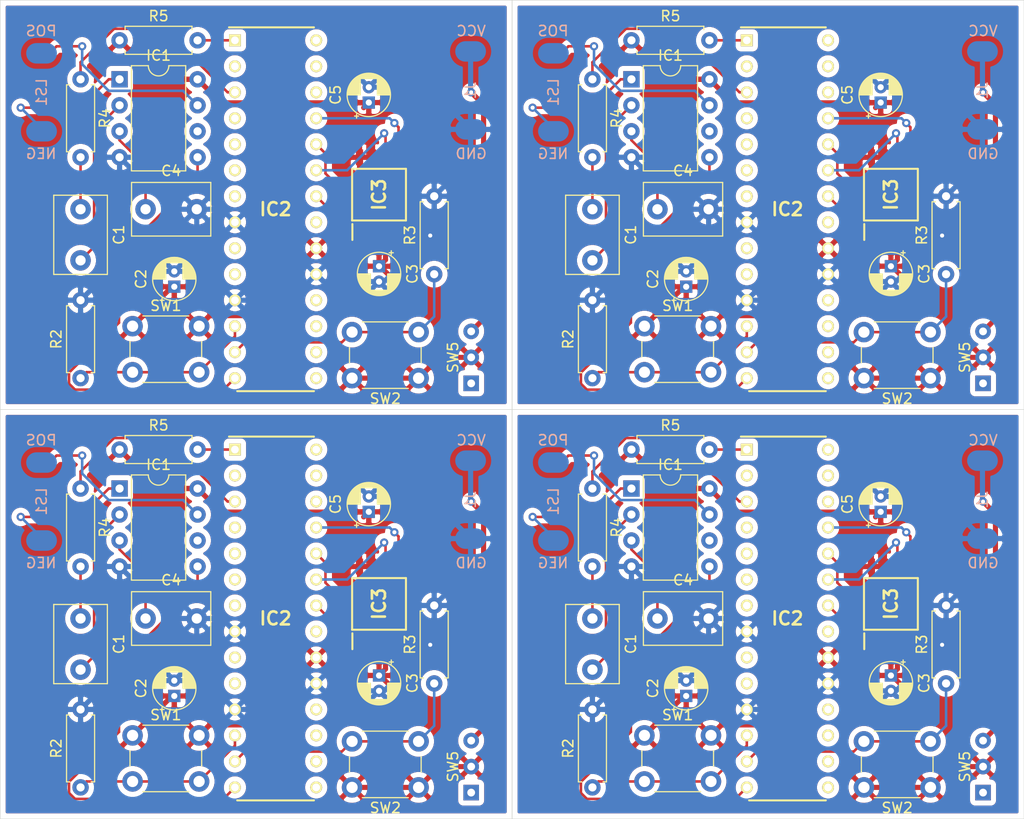
<source format=kicad_pcb>
(kicad_pcb (version 20171130) (host pcbnew "(5.1.9-0-10_14)")
  (layers (0 F.Cu signal) (31 B.Cu signal) (34 B.Paste user) (35 F.Paste user) (36 B.SilkS user) (37 F.SilkS user) (38 B.Mask user) (39 F.Mask user) (44 Edge.Cuts user))
  (net 0 "")
  (net 1 "Net-(C1-Pad1)")
  (net 2 "Net-(C1-Pad2)")
  (net 3 VDD)
  (net 4 GND)
  (net 5 "Net-(C4-Pad1)")
  (net 6 "Net-(IC1-Pad1)")
  (net 7 "Net-(IC1-Pad5)")
  (net 8 "Net-(IC1-Pad6)")
  (net 9 "Net-(IC1-Pad7)")
  (net 10 "Net-(IC2-Pad1)")
  (net 11 "Net-(IC2-Pad2)")
  (net 12 "Net-(IC2-Pad3)")
  (net 13 "Net-(IC2-Pad4)")
  (net 14 "Net-(IC2-Pad5)")
  (net 15 "Net-(IC2-Pad6)")
  (net 16 "Net-(IC2-Pad7)")
  (net 17 "Net-(IC2-Pad9)")
  (net 18 "Net-(IC2-Pad10)")
  (net 19 "Net-(IC2-Pad12)")
  (net 20 "Net-(IC2-Pad13)")
  (net 21 "Net-(IC2-Pad15)")
  (net 22 "Net-(IC2-Pad16)")
  (net 23 "Net-(IC2-Pad17)")
  (net 24 "Net-(IC2-Pad18)")
  (net 25 "Net-(IC2-Pad21)")
  (net 26 "Net-(IC2-Pad22)")
  (net 27 "Net-(IC2-Pad23)")
  (net 28 "Net-(IC2-Pad24)")
  (net 29 "Net-(IC2-Pad25)")
  (net 30 "Net-(IC2-Pad26)")
  (net 31 "Net-(IC2-Pad27)")
  (net 32 "Net-(IC2-Pad28)")
  (net 33 "Net-(J1-Pad2)")
  (net 34 "Net-(SW5-Pad1)")
  (module RadioExercise:SW_slide_01x03_THT (layer F.Cu) (at 177.928 140.988 90)
    (fp_text reference SW5 (at 0 -1.778 90) (layer F.SilkS))
    (fp_text value SW_DPDT_x2)
    (pad 1 thru_hole rect (at -2.54 0 90) (size 1.524 1.524) (drill 0.762) (layers *.Cu *.Mask) (net 34 "Net-(SW5-Pad1)"))
    (pad 2 thru_hole circle (at 0 0 90) (size 1.524 1.524) (drill 0.762) (layers *.Cu *.Mask) (net 3 VDD))
    (pad 3 thru_hole circle (at 2.54 0 90) (size 1.524 1.524) (drill 0.762) (layers *.Cu *.Mask) (net 33 "Net-(J1-Pad2)"))
  )
  (module RadioExercise:SW_slide_01x03_THT (layer F.Cu) (at 127.928 140.988 90)
    (fp_text reference SW5 (at 0 -1.778 90) (layer F.SilkS))
    (fp_text value SW_DPDT_x2)
    (pad 1 thru_hole rect (at -2.54 0 90) (size 1.524 1.524) (drill 0.762) (layers *.Cu *.Mask) (net 34 "Net-(SW5-Pad1)"))
    (pad 2 thru_hole circle (at 0 0 90) (size 1.524 1.524) (drill 0.762) (layers *.Cu *.Mask) (net 3 VDD))
    (pad 3 thru_hole circle (at 2.54 0 90) (size 1.524 1.524) (drill 0.762) (layers *.Cu *.Mask) (net 33 "Net-(J1-Pad2)"))
  )
  (module RadioExercise:SW_slide_01x03_THT (layer F.Cu) (at 177.928 100.988 90)
    (fp_text reference SW5 (at 0 -1.778 90) (layer F.SilkS))
    (fp_text value SW_DPDT_x2)
    (pad 1 thru_hole rect (at -2.54 0 90) (size 1.524 1.524) (drill 0.762) (layers *.Cu *.Mask) (net 34 "Net-(SW5-Pad1)"))
    (pad 2 thru_hole circle (at 0 0 90) (size 1.524 1.524) (drill 0.762) (layers *.Cu *.Mask) (net 3 VDD))
    (pad 3 thru_hole circle (at 2.54 0 90) (size 1.524 1.524) (drill 0.762) (layers *.Cu *.Mask) (net 33 "Net-(J1-Pad2)"))
  )
  (module Button_Switch_THT:SW_PUSH_6mm (layer F.Cu) (at 172.792 143.02 180)
    (fp_text reference SW2 (at 3.25 -2) (layer F.SilkS))
    (fp_text value SW_Push)
    (pad 1 thru_hole circle (at 6.5 0 270) (size 2 2) (drill 1.1) (layers *.Cu *.Mask) (net 3 VDD))
    (pad 2 thru_hole circle (at 6.5 4.5 270) (size 2 2) (drill 1.1) (layers *.Cu *.Mask) (net 20 "Net-(IC2-Pad13)"))
    (pad 1 thru_hole circle (at 0 0 270) (size 2 2) (drill 1.1) (layers *.Cu *.Mask) (net 3 VDD))
    (pad 2 thru_hole circle (at 0 4.5 270) (size 2 2) (drill 1.1) (layers *.Cu *.Mask) (net 20 "Net-(IC2-Pad13)"))
  )
  (module Button_Switch_THT:SW_PUSH_6mm (layer F.Cu) (at 122.792 143.02 180)
    (fp_text reference SW2 (at 3.25 -2) (layer F.SilkS))
    (fp_text value SW_Push)
    (pad 1 thru_hole circle (at 6.5 0 270) (size 2 2) (drill 1.1) (layers *.Cu *.Mask) (net 3 VDD))
    (pad 2 thru_hole circle (at 6.5 4.5 270) (size 2 2) (drill 1.1) (layers *.Cu *.Mask) (net 20 "Net-(IC2-Pad13)"))
    (pad 1 thru_hole circle (at 0 0 270) (size 2 2) (drill 1.1) (layers *.Cu *.Mask) (net 3 VDD))
    (pad 2 thru_hole circle (at 0 4.5 270) (size 2 2) (drill 1.1) (layers *.Cu *.Mask) (net 20 "Net-(IC2-Pad13)"))
  )
  (module Button_Switch_THT:SW_PUSH_6mm (layer F.Cu) (at 172.792 103.02 180)
    (fp_text reference SW2 (at 3.25 -2) (layer F.SilkS))
    (fp_text value SW_Push)
    (pad 1 thru_hole circle (at 6.5 0 270) (size 2 2) (drill 1.1) (layers *.Cu *.Mask) (net 3 VDD))
    (pad 2 thru_hole circle (at 6.5 4.5 270) (size 2 2) (drill 1.1) (layers *.Cu *.Mask) (net 20 "Net-(IC2-Pad13)"))
    (pad 1 thru_hole circle (at 0 0 270) (size 2 2) (drill 1.1) (layers *.Cu *.Mask) (net 3 VDD))
    (pad 2 thru_hole circle (at 0 4.5 270) (size 2 2) (drill 1.1) (layers *.Cu *.Mask) (net 20 "Net-(IC2-Pad13)"))
  )
  (module Button_Switch_THT:SW_PUSH_6mm (layer F.Cu) (at 144.852 137.94)
    (fp_text reference SW1 (at 3.25 -2) (layer F.SilkS))
    (fp_text value SW_Push)
    (pad 2 thru_hole circle (at 0 4.5 90) (size 2 2) (drill 1.1) (layers *.Cu *.Mask) (net 19 "Net-(IC2-Pad12)"))
    (pad 1 thru_hole circle (at 0 0 90) (size 2 2) (drill 1.1) (layers *.Cu *.Mask) (net 3 VDD))
    (pad 2 thru_hole circle (at 6.5 4.5 90) (size 2 2) (drill 1.1) (layers *.Cu *.Mask) (net 19 "Net-(IC2-Pad12)"))
    (pad 1 thru_hole circle (at 6.5 0 90) (size 2 2) (drill 1.1) (layers *.Cu *.Mask) (net 3 VDD))
  )
  (module Button_Switch_THT:SW_PUSH_6mm (layer F.Cu) (at 94.852 137.94)
    (fp_text reference SW1 (at 3.25 -2) (layer F.SilkS))
    (fp_text value SW_Push)
    (pad 2 thru_hole circle (at 0 4.5 90) (size 2 2) (drill 1.1) (layers *.Cu *.Mask) (net 19 "Net-(IC2-Pad12)"))
    (pad 1 thru_hole circle (at 0 0 90) (size 2 2) (drill 1.1) (layers *.Cu *.Mask) (net 3 VDD))
    (pad 2 thru_hole circle (at 6.5 4.5 90) (size 2 2) (drill 1.1) (layers *.Cu *.Mask) (net 19 "Net-(IC2-Pad12)"))
    (pad 1 thru_hole circle (at 6.5 0 90) (size 2 2) (drill 1.1) (layers *.Cu *.Mask) (net 3 VDD))
  )
  (module Button_Switch_THT:SW_PUSH_6mm (layer F.Cu) (at 144.852 97.94)
    (fp_text reference SW1 (at 3.25 -2) (layer F.SilkS))
    (fp_text value SW_Push)
    (pad 2 thru_hole circle (at 0 4.5 90) (size 2 2) (drill 1.1) (layers *.Cu *.Mask) (net 19 "Net-(IC2-Pad12)"))
    (pad 1 thru_hole circle (at 0 0 90) (size 2 2) (drill 1.1) (layers *.Cu *.Mask) (net 3 VDD))
    (pad 2 thru_hole circle (at 6.5 4.5 90) (size 2 2) (drill 1.1) (layers *.Cu *.Mask) (net 19 "Net-(IC2-Pad12)"))
    (pad 1 thru_hole circle (at 6.5 0 90) (size 2 2) (drill 1.1) (layers *.Cu *.Mask) (net 3 VDD))
  )
  (module Resistor_THT:R_Axial_DIN0207_L6.3mm_D2.5mm_P7.62mm_Horizontal (layer F.Cu) (at 143.582 110)
    (fp_text reference R5 (at 3.81 -2.37) (layer F.SilkS))
    (fp_text value 10k)
    (pad 2 thru_hole oval (at 7.62 0) (size 1.6 1.6) (drill 0.8) (layers *.Cu *.Mask) (net 10 "Net-(IC2-Pad1)"))
    (pad 1 thru_hole circle (at 0 0) (size 1.6 1.6) (drill 0.8) (layers *.Cu *.Mask) (net 3 VDD))
  )
  (module Resistor_THT:R_Axial_DIN0207_L6.3mm_D2.5mm_P7.62mm_Horizontal (layer F.Cu) (at 93.582 110)
    (fp_text reference R5 (at 3.81 -2.37) (layer F.SilkS))
    (fp_text value 10k)
    (pad 2 thru_hole oval (at 7.62 0) (size 1.6 1.6) (drill 0.8) (layers *.Cu *.Mask) (net 10 "Net-(IC2-Pad1)"))
    (pad 1 thru_hole circle (at 0 0) (size 1.6 1.6) (drill 0.8) (layers *.Cu *.Mask) (net 3 VDD))
  )
  (module Resistor_THT:R_Axial_DIN0207_L6.3mm_D2.5mm_P7.62mm_Horizontal (layer F.Cu) (at 143.582 70)
    (fp_text reference R5 (at 3.81 -2.37) (layer F.SilkS))
    (fp_text value 10k)
    (pad 2 thru_hole oval (at 7.62 0) (size 1.6 1.6) (drill 0.8) (layers *.Cu *.Mask) (net 10 "Net-(IC2-Pad1)"))
    (pad 1 thru_hole circle (at 0 0) (size 1.6 1.6) (drill 0.8) (layers *.Cu *.Mask) (net 3 VDD))
  )
  (module Resistor_THT:R_Axial_DIN0207_L6.3mm_D2.5mm_P7.62mm_Horizontal (layer F.Cu) (at 139.772 113.81 270)
    (fp_text reference R4 (at 3.81 -2.37 90) (layer F.SilkS))
    (fp_text value 15k)
    (pad 1 thru_hole circle (at 0 0 270) (size 1.6 1.6) (drill 0.8) (layers *.Cu *.Mask) (net 12 "Net-(IC2-Pad3)"))
    (pad 2 thru_hole oval (at 7.62 0 270) (size 1.6 1.6) (drill 0.8) (layers *.Cu *.Mask) (net 1 "Net-(C1-Pad1)"))
  )
  (module Resistor_THT:R_Axial_DIN0207_L6.3mm_D2.5mm_P7.62mm_Horizontal (layer F.Cu) (at 89.772 113.81 270)
    (fp_text reference R4 (at 3.81 -2.37 90) (layer F.SilkS))
    (fp_text value 15k)
    (pad 1 thru_hole circle (at 0 0 270) (size 1.6 1.6) (drill 0.8) (layers *.Cu *.Mask) (net 12 "Net-(IC2-Pad3)"))
    (pad 2 thru_hole oval (at 7.62 0 270) (size 1.6 1.6) (drill 0.8) (layers *.Cu *.Mask) (net 1 "Net-(C1-Pad1)"))
  )
  (module Resistor_THT:R_Axial_DIN0207_L6.3mm_D2.5mm_P7.62mm_Horizontal (layer F.Cu) (at 139.772 73.81 270)
    (fp_text reference R4 (at 3.81 -2.37 90) (layer F.SilkS))
    (fp_text value 15k)
    (pad 1 thru_hole circle (at 0 0 270) (size 1.6 1.6) (drill 0.8) (layers *.Cu *.Mask) (net 12 "Net-(IC2-Pad3)"))
    (pad 2 thru_hole oval (at 7.62 0 270) (size 1.6 1.6) (drill 0.8) (layers *.Cu *.Mask) (net 1 "Net-(C1-Pad1)"))
  )
  (module Resistor_THT:R_Axial_DIN0207_L6.3mm_D2.5mm_P7.62mm_Horizontal (layer F.Cu) (at 174.316 132.86 90)
    (fp_text reference R3 (at 3.81 -2.37 90) (layer F.SilkS))
    (fp_text value 10k)
    (pad 1 thru_hole circle (at 0 0 90) (size 1.6 1.6) (drill 0.8) (layers *.Cu *.Mask) (net 20 "Net-(IC2-Pad13)"))
    (pad 2 thru_hole oval (at 7.62 0 90) (size 1.6 1.6) (drill 0.8) (layers *.Cu *.Mask) (net 4 GND))
  )
  (module Resistor_THT:R_Axial_DIN0207_L6.3mm_D2.5mm_P7.62mm_Horizontal (layer F.Cu) (at 124.316 132.86 90)
    (fp_text reference R3 (at 3.81 -2.37 90) (layer F.SilkS))
    (fp_text value 10k)
    (pad 1 thru_hole circle (at 0 0 90) (size 1.6 1.6) (drill 0.8) (layers *.Cu *.Mask) (net 20 "Net-(IC2-Pad13)"))
    (pad 2 thru_hole oval (at 7.62 0 90) (size 1.6 1.6) (drill 0.8) (layers *.Cu *.Mask) (net 4 GND))
  )
  (module Resistor_THT:R_Axial_DIN0207_L6.3mm_D2.5mm_P7.62mm_Horizontal (layer F.Cu) (at 174.316 92.86 90)
    (fp_text reference R3 (at 3.81 -2.37 90) (layer F.SilkS))
    (fp_text value 10k)
    (pad 1 thru_hole circle (at 0 0 90) (size 1.6 1.6) (drill 0.8) (layers *.Cu *.Mask) (net 20 "Net-(IC2-Pad13)"))
    (pad 2 thru_hole oval (at 7.62 0 90) (size 1.6 1.6) (drill 0.8) (layers *.Cu *.Mask) (net 4 GND))
  )
  (module Resistor_THT:R_Axial_DIN0207_L6.3mm_D2.5mm_P7.62mm_Horizontal (layer F.Cu) (at 139.772 143.02 90)
    (fp_text reference R2 (at 3.81 -2.37 90) (layer F.SilkS))
    (fp_text value 10k)
    (pad 2 thru_hole oval (at 7.62 0 90) (size 1.6 1.6) (drill 0.8) (layers *.Cu *.Mask) (net 4 GND))
    (pad 1 thru_hole circle (at 0 0 90) (size 1.6 1.6) (drill 0.8) (layers *.Cu *.Mask) (net 19 "Net-(IC2-Pad12)"))
  )
  (module Resistor_THT:R_Axial_DIN0207_L6.3mm_D2.5mm_P7.62mm_Horizontal (layer F.Cu) (at 89.772 143.02 90)
    (fp_text reference R2 (at 3.81 -2.37 90) (layer F.SilkS))
    (fp_text value 10k)
    (pad 2 thru_hole oval (at 7.62 0 90) (size 1.6 1.6) (drill 0.8) (layers *.Cu *.Mask) (net 4 GND))
    (pad 1 thru_hole circle (at 0 0 90) (size 1.6 1.6) (drill 0.8) (layers *.Cu *.Mask) (net 19 "Net-(IC2-Pad12)"))
  )
  (module Resistor_THT:R_Axial_DIN0207_L6.3mm_D2.5mm_P7.62mm_Horizontal (layer F.Cu) (at 139.772 103.02 90)
    (fp_text reference R2 (at 3.81 -2.37 90) (layer F.SilkS))
    (fp_text value 10k)
    (pad 2 thru_hole oval (at 7.62 0 90) (size 1.6 1.6) (drill 0.8) (layers *.Cu *.Mask) (net 4 GND))
    (pad 1 thru_hole circle (at 0 0 90) (size 1.6 1.6) (drill 0.8) (layers *.Cu *.Mask) (net 19 "Net-(IC2-Pad12)"))
  )
  (module RadioExercise:Conn_01x02_SMD (layer B.Cu) (at 135.962 115.08 90)
    (fp_text reference LS1 (at 0 0 -90) (layer B.SilkS) (effects (justify mirror)))
    (fp_text value Speaker)
    (pad 1 smd oval (at -3.81 0 90) (size 2 3) (layers B.Cu B.Paste B.Mask) (net 6 "Net-(IC1-Pad1)"))
    (pad 2 smd oval (at 3.81 0 90) (size 2 3) (layers B.Cu B.Paste B.Mask) (net 9 "Net-(IC1-Pad7)"))
  )
  (module RadioExercise:Conn_01x02_SMD (layer B.Cu) (at 85.962 115.08 90)
    (fp_text reference LS1 (at 0 0 -90) (layer B.SilkS) (effects (justify mirror)))
    (fp_text value Speaker)
    (pad 1 smd oval (at -3.81 0 90) (size 2 3) (layers B.Cu B.Paste B.Mask) (net 6 "Net-(IC1-Pad1)"))
    (pad 2 smd oval (at 3.81 0 90) (size 2 3) (layers B.Cu B.Paste B.Mask) (net 9 "Net-(IC1-Pad7)"))
  )
  (module RadioExercise:Conn_01x02_SMD (layer B.Cu) (at 135.962 75.08 90)
    (fp_text reference LS1 (at 0 0 -90) (layer B.SilkS) (effects (justify mirror)))
    (fp_text value Speaker)
    (pad 1 smd oval (at -3.81 0 90) (size 2 3) (layers B.Cu B.Paste B.Mask) (net 6 "Net-(IC1-Pad1)"))
    (pad 2 smd oval (at 3.81 0 90) (size 2 3) (layers B.Cu B.Paste B.Mask) (net 9 "Net-(IC1-Pad7)"))
  )
  (module RadioExercise:Conn_01x02_SMD (layer B.Cu) (at 177.872 114.894 90)
    (fp_text reference J1 (at 0 0 -90) (layer B.SilkS) (effects (justify mirror)))
    (fp_text value Conn_01x02_Female)
    (pad 2 smd oval (at 3.81 0 90) (size 2 3) (layers B.Cu B.Paste B.Mask) (net 33 "Net-(J1-Pad2)"))
    (pad 1 smd oval (at -3.81 0 90) (size 2 3) (layers B.Cu B.Paste B.Mask) (net 4 GND))
  )
  (module RadioExercise:Conn_01x02_SMD (layer B.Cu) (at 127.872 114.894 90)
    (fp_text reference J1 (at 0 0 -90) (layer B.SilkS) (effects (justify mirror)))
    (fp_text value Conn_01x02_Female)
    (pad 2 smd oval (at 3.81 0 90) (size 2 3) (layers B.Cu B.Paste B.Mask) (net 33 "Net-(J1-Pad2)"))
    (pad 1 smd oval (at -3.81 0 90) (size 2 3) (layers B.Cu B.Paste B.Mask) (net 4 GND))
  )
  (module RadioExercise:Conn_01x02_SMD (layer B.Cu) (at 177.872 74.894 90)
    (fp_text reference J1 (at 0 0 -90) (layer B.SilkS) (effects (justify mirror)))
    (fp_text value Conn_01x02_Female)
    (pad 2 smd oval (at 3.81 0 90) (size 2 3) (layers B.Cu B.Paste B.Mask) (net 33 "Net-(J1-Pad2)"))
    (pad 1 smd oval (at -3.81 0 90) (size 2 3) (layers B.Cu B.Paste B.Mask) (net 4 GND))
  )
  (module SST26VF064B-104I_SM:SOIC127P794X203-8N (layer F.Cu) (at 168.928 125.084 90)
    (fp_text reference IC3 (at 0 0 90) (layer F.SilkS) (effects (font (size 1.27 1.27) (thickness 0.254))))
    (fp_text value SST26VF064B-104I_SM hide)
    (pad 1 smd rect (at -3.65 -1.905 180) (size 0.7 1.55) (layers F.Cu F.Paste F.Mask) (net 26 "Net-(IC2-Pad22)"))
    (pad 2 smd rect (at -3.65 -0.635 180) (size 0.7 1.55) (layers F.Cu F.Paste F.Mask) (net 28 "Net-(IC2-Pad24)"))
    (pad 3 smd rect (at -3.65 0.635 180) (size 0.7 1.55) (layers F.Cu F.Paste F.Mask) (net 3 VDD))
    (pad 4 smd rect (at -3.65 1.905 180) (size 0.7 1.55) (layers F.Cu F.Paste F.Mask) (net 4 GND))
    (pad 5 smd rect (at 3.65 1.905 180) (size 0.7 1.55) (layers F.Cu F.Paste F.Mask) (net 29 "Net-(IC2-Pad25)"))
    (pad 6 smd rect (at 3.65 0.635 180) (size 0.7 1.55) (layers F.Cu F.Paste F.Mask) (net 27 "Net-(IC2-Pad23)"))
    (pad 7 smd rect (at 3.65 -0.635 180) (size 0.7 1.55) (layers F.Cu F.Paste F.Mask) (net 3 VDD))
    (pad 8 smd rect (at 3.65 -1.905 180) (size 0.7 1.55) (layers F.Cu F.Paste F.Mask) (net 3 VDD))
  )
  (module SST26VF064B-104I_SM:SOIC127P794X203-8N (layer F.Cu) (at 118.928 125.084 90)
    (fp_text reference IC3 (at 0 0 90) (layer F.SilkS) (effects (font (size 1.27 1.27) (thickness 0.254))))
    (fp_text value SST26VF064B-104I_SM hide)
    (pad 1 smd rect (at -3.65 -1.905 180) (size 0.7 1.55) (layers F.Cu F.Paste F.Mask) (net 26 "Net-(IC2-Pad22)"))
    (pad 2 smd rect (at -3.65 -0.635 180) (size 0.7 1.55) (layers F.Cu F.Paste F.Mask) (net 28 "Net-(IC2-Pad24)"))
    (pad 3 smd rect (at -3.65 0.635 180) (size 0.7 1.55) (layers F.Cu F.Paste F.Mask) (net 3 VDD))
    (pad 4 smd rect (at -3.65 1.905 180) (size 0.7 1.55) (layers F.Cu F.Paste F.Mask) (net 4 GND))
    (pad 5 smd rect (at 3.65 1.905 180) (size 0.7 1.55) (layers F.Cu F.Paste F.Mask) (net 29 "Net-(IC2-Pad25)"))
    (pad 6 smd rect (at 3.65 0.635 180) (size 0.7 1.55) (layers F.Cu F.Paste F.Mask) (net 27 "Net-(IC2-Pad23)"))
    (pad 7 smd rect (at 3.65 -0.635 180) (size 0.7 1.55) (layers F.Cu F.Paste F.Mask) (net 3 VDD))
    (pad 8 smd rect (at 3.65 -1.905 180) (size 0.7 1.55) (layers F.Cu F.Paste F.Mask) (net 3 VDD))
  )
  (module SST26VF064B-104I_SM:SOIC127P794X203-8N (layer F.Cu) (at 168.928 85.084 90)
    (fp_text reference IC3 (at 0 0 90) (layer F.SilkS) (effects (font (size 1.27 1.27) (thickness 0.254))))
    (fp_text value SST26VF064B-104I_SM hide)
    (pad 1 smd rect (at -3.65 -1.905 180) (size 0.7 1.55) (layers F.Cu F.Paste F.Mask) (net 26 "Net-(IC2-Pad22)"))
    (pad 2 smd rect (at -3.65 -0.635 180) (size 0.7 1.55) (layers F.Cu F.Paste F.Mask) (net 28 "Net-(IC2-Pad24)"))
    (pad 3 smd rect (at -3.65 0.635 180) (size 0.7 1.55) (layers F.Cu F.Paste F.Mask) (net 3 VDD))
    (pad 4 smd rect (at -3.65 1.905 180) (size 0.7 1.55) (layers F.Cu F.Paste F.Mask) (net 4 GND))
    (pad 5 smd rect (at 3.65 1.905 180) (size 0.7 1.55) (layers F.Cu F.Paste F.Mask) (net 29 "Net-(IC2-Pad25)"))
    (pad 6 smd rect (at 3.65 0.635 180) (size 0.7 1.55) (layers F.Cu F.Paste F.Mask) (net 27 "Net-(IC2-Pad23)"))
    (pad 7 smd rect (at 3.65 -0.635 180) (size 0.7 1.55) (layers F.Cu F.Paste F.Mask) (net 3 VDD))
    (pad 8 smd rect (at 3.65 -1.905 180) (size 0.7 1.55) (layers F.Cu F.Paste F.Mask) (net 3 VDD))
  )
  (module PIC16F1778-I_SP:DIP794W56P254L3486H508Q28N (layer F.Cu) (at 158.822 126.51)
    (fp_text reference IC2 (at 0 0) (layer F.SilkS) (effects (font (size 1.27 1.27) (thickness 0.254))))
    (fp_text value PIC16F1778-I_SP hide)
    (pad 1 thru_hole rect (at -3.969 -16.51 90) (size 1.158 1.158) (drill 0.758) (layers *.Cu *.Mask F.SilkS) (net 10 "Net-(IC2-Pad1)"))
    (pad 2 thru_hole circle (at -3.969 -13.97 90) (size 1.158 1.158) (drill 0.758) (layers *.Cu *.Mask F.SilkS) (net 11 "Net-(IC2-Pad2)"))
    (pad 3 thru_hole circle (at -3.969 -11.43 90) (size 1.158 1.158) (drill 0.758) (layers *.Cu *.Mask F.SilkS) (net 12 "Net-(IC2-Pad3)"))
    (pad 4 thru_hole circle (at -3.969 -8.89 90) (size 1.158 1.158) (drill 0.758) (layers *.Cu *.Mask F.SilkS) (net 13 "Net-(IC2-Pad4)"))
    (pad 5 thru_hole circle (at -3.969 -6.35 90) (size 1.158 1.158) (drill 0.758) (layers *.Cu *.Mask F.SilkS) (net 14 "Net-(IC2-Pad5)"))
    (pad 6 thru_hole circle (at -3.969 -3.81 90) (size 1.158 1.158) (drill 0.758) (layers *.Cu *.Mask F.SilkS) (net 15 "Net-(IC2-Pad6)"))
    (pad 7 thru_hole circle (at -3.969 -1.27 90) (size 1.158 1.158) (drill 0.758) (layers *.Cu *.Mask F.SilkS) (net 16 "Net-(IC2-Pad7)"))
    (pad 8 thru_hole circle (at -3.969 1.27 90) (size 1.158 1.158) (drill 0.758) (layers *.Cu *.Mask F.SilkS) (net 4 GND))
    (pad 9 thru_hole circle (at -3.969 3.81 90) (size 1.158 1.158) (drill 0.758) (layers *.Cu *.Mask F.SilkS) (net 17 "Net-(IC2-Pad9)"))
    (pad 10 thru_hole circle (at -3.969 6.35 90) (size 1.158 1.158) (drill 0.758) (layers *.Cu *.Mask F.SilkS) (net 18 "Net-(IC2-Pad10)"))
    (pad 11 thru_hole circle (at -3.969 8.89 90) (size 1.158 1.158) (drill 0.758) (layers *.Cu *.Mask F.SilkS) (net 4 GND))
    (pad 12 thru_hole circle (at -3.969 11.43 90) (size 1.158 1.158) (drill 0.758) (layers *.Cu *.Mask F.SilkS) (net 19 "Net-(IC2-Pad12)"))
    (pad 13 thru_hole circle (at -3.969 13.97 90) (size 1.158 1.158) (drill 0.758) (layers *.Cu *.Mask F.SilkS) (net 20 "Net-(IC2-Pad13)"))
    (pad 14 thru_hole circle (at -3.969 16.51 90) (size 1.158 1.158) (drill 0.758) (layers *.Cu *.Mask F.SilkS) (net 7 "Net-(IC1-Pad5)"))
    (pad 15 thru_hole circle (at 3.969 16.51 90) (size 1.158 1.158) (drill 0.758) (layers *.Cu *.Mask F.SilkS) (net 21 "Net-(IC2-Pad15)"))
    (pad 16 thru_hole circle (at 3.969 13.97 90) (size 1.158 1.158) (drill 0.758) (layers *.Cu *.Mask F.SilkS) (net 22 "Net-(IC2-Pad16)"))
    (pad 17 thru_hole circle (at 3.969 11.43 90) (size 1.158 1.158) (drill 0.758) (layers *.Cu *.Mask F.SilkS) (net 23 "Net-(IC2-Pad17)"))
    (pad 18 thru_hole circle (at 3.969 8.89 90) (size 1.158 1.158) (drill 0.758) (layers *.Cu *.Mask F.SilkS) (net 24 "Net-(IC2-Pad18)"))
    (pad 19 thru_hole circle (at 3.969 6.35 90) (size 1.158 1.158) (drill 0.758) (layers *.Cu *.Mask F.SilkS) (net 4 GND))
    (pad 20 thru_hole circle (at 3.969 3.81 90) (size 1.158 1.158) (drill 0.758) (layers *.Cu *.Mask F.SilkS) (net 3 VDD))
    (pad 21 thru_hole circle (at 3.969 1.27 90) (size 1.158 1.158) (drill 0.758) (layers *.Cu *.Mask F.SilkS) (net 25 "Net-(IC2-Pad21)"))
    (pad 22 thru_hole circle (at 3.969 -1.27 90) (size 1.158 1.158) (drill 0.758) (layers *.Cu *.Mask F.SilkS) (net 26 "Net-(IC2-Pad22)"))
    (pad 23 thru_hole circle (at 3.969 -3.81 90) (size 1.158 1.158) (drill 0.758) (layers *.Cu *.Mask F.SilkS) (net 27 "Net-(IC2-Pad23)"))
    (pad 24 thru_hole circle (at 3.969 -6.35 90) (size 1.158 1.158) (drill 0.758) (layers *.Cu *.Mask F.SilkS) (net 28 "Net-(IC2-Pad24)"))
    (pad 25 thru_hole circle (at 3.969 -8.89 90) (size 1.158 1.158) (drill 0.758) (layers *.Cu *.Mask F.SilkS) (net 29 "Net-(IC2-Pad25)"))
    (pad 26 thru_hole circle (at 3.969 -11.43 90) (size 1.158 1.158) (drill 0.758) (layers *.Cu *.Mask F.SilkS) (net 30 "Net-(IC2-Pad26)"))
    (pad 27 thru_hole circle (at 3.969 -13.97 90) (size 1.158 1.158) (drill 0.758) (layers *.Cu *.Mask F.SilkS) (net 31 "Net-(IC2-Pad27)"))
    (pad 28 thru_hole circle (at 3.969 -16.51 90) (size 1.158 1.158) (drill 0.758) (layers *.Cu *.Mask F.SilkS) (net 32 "Net-(IC2-Pad28)"))
  )
  (module PIC16F1778-I_SP:DIP794W56P254L3486H508Q28N (layer F.Cu) (at 108.822 126.51)
    (fp_text reference IC2 (at 0 0) (layer F.SilkS) (effects (font (size 1.27 1.27) (thickness 0.254))))
    (fp_text value PIC16F1778-I_SP hide)
    (pad 1 thru_hole rect (at -3.969 -16.51 90) (size 1.158 1.158) (drill 0.758) (layers *.Cu *.Mask F.SilkS) (net 10 "Net-(IC2-Pad1)"))
    (pad 2 thru_hole circle (at -3.969 -13.97 90) (size 1.158 1.158) (drill 0.758) (layers *.Cu *.Mask F.SilkS) (net 11 "Net-(IC2-Pad2)"))
    (pad 3 thru_hole circle (at -3.969 -11.43 90) (size 1.158 1.158) (drill 0.758) (layers *.Cu *.Mask F.SilkS) (net 12 "Net-(IC2-Pad3)"))
    (pad 4 thru_hole circle (at -3.969 -8.89 90) (size 1.158 1.158) (drill 0.758) (layers *.Cu *.Mask F.SilkS) (net 13 "Net-(IC2-Pad4)"))
    (pad 5 thru_hole circle (at -3.969 -6.35 90) (size 1.158 1.158) (drill 0.758) (layers *.Cu *.Mask F.SilkS) (net 14 "Net-(IC2-Pad5)"))
    (pad 6 thru_hole circle (at -3.969 -3.81 90) (size 1.158 1.158) (drill 0.758) (layers *.Cu *.Mask F.SilkS) (net 15 "Net-(IC2-Pad6)"))
    (pad 7 thru_hole circle (at -3.969 -1.27 90) (size 1.158 1.158) (drill 0.758) (layers *.Cu *.Mask F.SilkS) (net 16 "Net-(IC2-Pad7)"))
    (pad 8 thru_hole circle (at -3.969 1.27 90) (size 1.158 1.158) (drill 0.758) (layers *.Cu *.Mask F.SilkS) (net 4 GND))
    (pad 9 thru_hole circle (at -3.969 3.81 90) (size 1.158 1.158) (drill 0.758) (layers *.Cu *.Mask F.SilkS) (net 17 "Net-(IC2-Pad9)"))
    (pad 10 thru_hole circle (at -3.969 6.35 90) (size 1.158 1.158) (drill 0.758) (layers *.Cu *.Mask F.SilkS) (net 18 "Net-(IC2-Pad10)"))
    (pad 11 thru_hole circle (at -3.969 8.89 90) (size 1.158 1.158) (drill 0.758) (layers *.Cu *.Mask F.SilkS) (net 4 GND))
    (pad 12 thru_hole circle (at -3.969 11.43 90) (size 1.158 1.158) (drill 0.758) (layers *.Cu *.Mask F.SilkS) (net 19 "Net-(IC2-Pad12)"))
    (pad 13 thru_hole circle (at -3.969 13.97 90) (size 1.158 1.158) (drill 0.758) (layers *.Cu *.Mask F.SilkS) (net 20 "Net-(IC2-Pad13)"))
    (pad 14 thru_hole circle (at -3.969 16.51 90) (size 1.158 1.158) (drill 0.758) (layers *.Cu *.Mask F.SilkS) (net 7 "Net-(IC1-Pad5)"))
    (pad 15 thru_hole circle (at 3.969 16.51 90) (size 1.158 1.158) (drill 0.758) (layers *.Cu *.Mask F.SilkS) (net 21 "Net-(IC2-Pad15)"))
    (pad 16 thru_hole circle (at 3.969 13.97 90) (size 1.158 1.158) (drill 0.758) (layers *.Cu *.Mask F.SilkS) (net 22 "Net-(IC2-Pad16)"))
    (pad 17 thru_hole circle (at 3.969 11.43 90) (size 1.158 1.158) (drill 0.758) (layers *.Cu *.Mask F.SilkS) (net 23 "Net-(IC2-Pad17)"))
    (pad 18 thru_hole circle (at 3.969 8.89 90) (size 1.158 1.158) (drill 0.758) (layers *.Cu *.Mask F.SilkS) (net 24 "Net-(IC2-Pad18)"))
    (pad 19 thru_hole circle (at 3.969 6.35 90) (size 1.158 1.158) (drill 0.758) (layers *.Cu *.Mask F.SilkS) (net 4 GND))
    (pad 20 thru_hole circle (at 3.969 3.81 90) (size 1.158 1.158) (drill 0.758) (layers *.Cu *.Mask F.SilkS) (net 3 VDD))
    (pad 21 thru_hole circle (at 3.969 1.27 90) (size 1.158 1.158) (drill 0.758) (layers *.Cu *.Mask F.SilkS) (net 25 "Net-(IC2-Pad21)"))
    (pad 22 thru_hole circle (at 3.969 -1.27 90) (size 1.158 1.158) (drill 0.758) (layers *.Cu *.Mask F.SilkS) (net 26 "Net-(IC2-Pad22)"))
    (pad 23 thru_hole circle (at 3.969 -3.81 90) (size 1.158 1.158) (drill 0.758) (layers *.Cu *.Mask F.SilkS) (net 27 "Net-(IC2-Pad23)"))
    (pad 24 thru_hole circle (at 3.969 -6.35 90) (size 1.158 1.158) (drill 0.758) (layers *.Cu *.Mask F.SilkS) (net 28 "Net-(IC2-Pad24)"))
    (pad 25 thru_hole circle (at 3.969 -8.89 90) (size 1.158 1.158) (drill 0.758) (layers *.Cu *.Mask F.SilkS) (net 29 "Net-(IC2-Pad25)"))
    (pad 26 thru_hole circle (at 3.969 -11.43 90) (size 1.158 1.158) (drill 0.758) (layers *.Cu *.Mask F.SilkS) (net 30 "Net-(IC2-Pad26)"))
    (pad 27 thru_hole circle (at 3.969 -13.97 90) (size 1.158 1.158) (drill 0.758) (layers *.Cu *.Mask F.SilkS) (net 31 "Net-(IC2-Pad27)"))
    (pad 28 thru_hole circle (at 3.969 -16.51 90) (size 1.158 1.158) (drill 0.758) (layers *.Cu *.Mask F.SilkS) (net 32 "Net-(IC2-Pad28)"))
  )
  (module PIC16F1778-I_SP:DIP794W56P254L3486H508Q28N (layer F.Cu) (at 158.822 86.51)
    (fp_text reference IC2 (at 0 0) (layer F.SilkS) (effects (font (size 1.27 1.27) (thickness 0.254))))
    (fp_text value PIC16F1778-I_SP hide)
    (pad 1 thru_hole rect (at -3.969 -16.51 90) (size 1.158 1.158) (drill 0.758) (layers *.Cu *.Mask F.SilkS) (net 10 "Net-(IC2-Pad1)"))
    (pad 2 thru_hole circle (at -3.969 -13.97 90) (size 1.158 1.158) (drill 0.758) (layers *.Cu *.Mask F.SilkS) (net 11 "Net-(IC2-Pad2)"))
    (pad 3 thru_hole circle (at -3.969 -11.43 90) (size 1.158 1.158) (drill 0.758) (layers *.Cu *.Mask F.SilkS) (net 12 "Net-(IC2-Pad3)"))
    (pad 4 thru_hole circle (at -3.969 -8.89 90) (size 1.158 1.158) (drill 0.758) (layers *.Cu *.Mask F.SilkS) (net 13 "Net-(IC2-Pad4)"))
    (pad 5 thru_hole circle (at -3.969 -6.35 90) (size 1.158 1.158) (drill 0.758) (layers *.Cu *.Mask F.SilkS) (net 14 "Net-(IC2-Pad5)"))
    (pad 6 thru_hole circle (at -3.969 -3.81 90) (size 1.158 1.158) (drill 0.758) (layers *.Cu *.Mask F.SilkS) (net 15 "Net-(IC2-Pad6)"))
    (pad 7 thru_hole circle (at -3.969 -1.27 90) (size 1.158 1.158) (drill 0.758) (layers *.Cu *.Mask F.SilkS) (net 16 "Net-(IC2-Pad7)"))
    (pad 8 thru_hole circle (at -3.969 1.27 90) (size 1.158 1.158) (drill 0.758) (layers *.Cu *.Mask F.SilkS) (net 4 GND))
    (pad 9 thru_hole circle (at -3.969 3.81 90) (size 1.158 1.158) (drill 0.758) (layers *.Cu *.Mask F.SilkS) (net 17 "Net-(IC2-Pad9)"))
    (pad 10 thru_hole circle (at -3.969 6.35 90) (size 1.158 1.158) (drill 0.758) (layers *.Cu *.Mask F.SilkS) (net 18 "Net-(IC2-Pad10)"))
    (pad 11 thru_hole circle (at -3.969 8.89 90) (size 1.158 1.158) (drill 0.758) (layers *.Cu *.Mask F.SilkS) (net 4 GND))
    (pad 12 thru_hole circle (at -3.969 11.43 90) (size 1.158 1.158) (drill 0.758) (layers *.Cu *.Mask F.SilkS) (net 19 "Net-(IC2-Pad12)"))
    (pad 13 thru_hole circle (at -3.969 13.97 90) (size 1.158 1.158) (drill 0.758) (layers *.Cu *.Mask F.SilkS) (net 20 "Net-(IC2-Pad13)"))
    (pad 14 thru_hole circle (at -3.969 16.51 90) (size 1.158 1.158) (drill 0.758) (layers *.Cu *.Mask F.SilkS) (net 7 "Net-(IC1-Pad5)"))
    (pad 15 thru_hole circle (at 3.969 16.51 90) (size 1.158 1.158) (drill 0.758) (layers *.Cu *.Mask F.SilkS) (net 21 "Net-(IC2-Pad15)"))
    (pad 16 thru_hole circle (at 3.969 13.97 90) (size 1.158 1.158) (drill 0.758) (layers *.Cu *.Mask F.SilkS) (net 22 "Net-(IC2-Pad16)"))
    (pad 17 thru_hole circle (at 3.969 11.43 90) (size 1.158 1.158) (drill 0.758) (layers *.Cu *.Mask F.SilkS) (net 23 "Net-(IC2-Pad17)"))
    (pad 18 thru_hole circle (at 3.969 8.89 90) (size 1.158 1.158) (drill 0.758) (layers *.Cu *.Mask F.SilkS) (net 24 "Net-(IC2-Pad18)"))
    (pad 19 thru_hole circle (at 3.969 6.35 90) (size 1.158 1.158) (drill 0.758) (layers *.Cu *.Mask F.SilkS) (net 4 GND))
    (pad 20 thru_hole circle (at 3.969 3.81 90) (size 1.158 1.158) (drill 0.758) (layers *.Cu *.Mask F.SilkS) (net 3 VDD))
    (pad 21 thru_hole circle (at 3.969 1.27 90) (size 1.158 1.158) (drill 0.758) (layers *.Cu *.Mask F.SilkS) (net 25 "Net-(IC2-Pad21)"))
    (pad 22 thru_hole circle (at 3.969 -1.27 90) (size 1.158 1.158) (drill 0.758) (layers *.Cu *.Mask F.SilkS) (net 26 "Net-(IC2-Pad22)"))
    (pad 23 thru_hole circle (at 3.969 -3.81 90) (size 1.158 1.158) (drill 0.758) (layers *.Cu *.Mask F.SilkS) (net 27 "Net-(IC2-Pad23)"))
    (pad 24 thru_hole circle (at 3.969 -6.35 90) (size 1.158 1.158) (drill 0.758) (layers *.Cu *.Mask F.SilkS) (net 28 "Net-(IC2-Pad24)"))
    (pad 25 thru_hole circle (at 3.969 -8.89 90) (size 1.158 1.158) (drill 0.758) (layers *.Cu *.Mask F.SilkS) (net 29 "Net-(IC2-Pad25)"))
    (pad 26 thru_hole circle (at 3.969 -11.43 90) (size 1.158 1.158) (drill 0.758) (layers *.Cu *.Mask F.SilkS) (net 30 "Net-(IC2-Pad26)"))
    (pad 27 thru_hole circle (at 3.969 -13.97 90) (size 1.158 1.158) (drill 0.758) (layers *.Cu *.Mask F.SilkS) (net 31 "Net-(IC2-Pad27)"))
    (pad 28 thru_hole circle (at 3.969 -16.51 90) (size 1.158 1.158) (drill 0.758) (layers *.Cu *.Mask F.SilkS) (net 32 "Net-(IC2-Pad28)"))
  )
  (module Package_DIP:DIP-8_W7.62mm (layer F.Cu) (at 143.582 113.81)
    (fp_text reference IC1 (at 3.81 -2.33) (layer F.SilkS))
    (fp_text value HT82V739)
    (pad 1 thru_hole rect (at 0 0) (size 1.6 1.6) (drill 0.8) (layers *.Cu *.Mask) (net 6 "Net-(IC1-Pad1)"))
    (pad 5 thru_hole oval (at 7.62 7.62) (size 1.6 1.6) (drill 0.8) (layers *.Cu *.Mask) (net 7 "Net-(IC1-Pad5)"))
    (pad 2 thru_hole oval (at 0 2.54) (size 1.6 1.6) (drill 0.8) (layers *.Cu *.Mask) (net 2 "Net-(C1-Pad2)"))
    (pad 6 thru_hole oval (at 7.62 5.08) (size 1.6 1.6) (drill 0.8) (layers *.Cu *.Mask) (net 8 "Net-(IC1-Pad6)"))
    (pad 3 thru_hole oval (at 0 5.08) (size 1.6 1.6) (drill 0.8) (layers *.Cu *.Mask) (net 5 "Net-(C4-Pad1)"))
    (pad 7 thru_hole oval (at 7.62 2.54) (size 1.6 1.6) (drill 0.8) (layers *.Cu *.Mask) (net 9 "Net-(IC1-Pad7)"))
    (pad 4 thru_hole oval (at 0 7.62) (size 1.6 1.6) (drill 0.8) (layers *.Cu *.Mask) (net 4 GND))
    (pad 8 thru_hole oval (at 7.62 0) (size 1.6 1.6) (drill 0.8) (layers *.Cu *.Mask) (net 3 VDD))
  )
  (module Package_DIP:DIP-8_W7.62mm (layer F.Cu) (at 93.582 113.81)
    (fp_text reference IC1 (at 3.81 -2.33) (layer F.SilkS))
    (fp_text value HT82V739)
    (pad 1 thru_hole rect (at 0 0) (size 1.6 1.6) (drill 0.8) (layers *.Cu *.Mask) (net 6 "Net-(IC1-Pad1)"))
    (pad 5 thru_hole oval (at 7.62 7.62) (size 1.6 1.6) (drill 0.8) (layers *.Cu *.Mask) (net 7 "Net-(IC1-Pad5)"))
    (pad 2 thru_hole oval (at 0 2.54) (size 1.6 1.6) (drill 0.8) (layers *.Cu *.Mask) (net 2 "Net-(C1-Pad2)"))
    (pad 6 thru_hole oval (at 7.62 5.08) (size 1.6 1.6) (drill 0.8) (layers *.Cu *.Mask) (net 8 "Net-(IC1-Pad6)"))
    (pad 3 thru_hole oval (at 0 5.08) (size 1.6 1.6) (drill 0.8) (layers *.Cu *.Mask) (net 5 "Net-(C4-Pad1)"))
    (pad 7 thru_hole oval (at 7.62 2.54) (size 1.6 1.6) (drill 0.8) (layers *.Cu *.Mask) (net 9 "Net-(IC1-Pad7)"))
    (pad 4 thru_hole oval (at 0 7.62) (size 1.6 1.6) (drill 0.8) (layers *.Cu *.Mask) (net 4 GND))
    (pad 8 thru_hole oval (at 7.62 0) (size 1.6 1.6) (drill 0.8) (layers *.Cu *.Mask) (net 3 VDD))
  )
  (module Package_DIP:DIP-8_W7.62mm (layer F.Cu) (at 143.582 73.81)
    (fp_text reference IC1 (at 3.81 -2.33) (layer F.SilkS))
    (fp_text value HT82V739)
    (pad 1 thru_hole rect (at 0 0) (size 1.6 1.6) (drill 0.8) (layers *.Cu *.Mask) (net 6 "Net-(IC1-Pad1)"))
    (pad 5 thru_hole oval (at 7.62 7.62) (size 1.6 1.6) (drill 0.8) (layers *.Cu *.Mask) (net 7 "Net-(IC1-Pad5)"))
    (pad 2 thru_hole oval (at 0 2.54) (size 1.6 1.6) (drill 0.8) (layers *.Cu *.Mask) (net 2 "Net-(C1-Pad2)"))
    (pad 6 thru_hole oval (at 7.62 5.08) (size 1.6 1.6) (drill 0.8) (layers *.Cu *.Mask) (net 8 "Net-(IC1-Pad6)"))
    (pad 3 thru_hole oval (at 0 5.08) (size 1.6 1.6) (drill 0.8) (layers *.Cu *.Mask) (net 5 "Net-(C4-Pad1)"))
    (pad 7 thru_hole oval (at 7.62 2.54) (size 1.6 1.6) (drill 0.8) (layers *.Cu *.Mask) (net 9 "Net-(IC1-Pad7)"))
    (pad 4 thru_hole oval (at 0 7.62) (size 1.6 1.6) (drill 0.8) (layers *.Cu *.Mask) (net 4 GND))
    (pad 8 thru_hole oval (at 7.62 0) (size 1.6 1.6) (drill 0.8) (layers *.Cu *.Mask) (net 3 VDD))
  )
  (module Capacitor_THT:CP_Radial_D4.0mm_P1.50mm (layer F.Cu) (at 167.928 116.084 90)
    (fp_text reference C5 (at 0.75 -3.25 90) (layer F.SilkS))
    (fp_text value 10u)
    (pad 1 thru_hole rect (at 0 0 90) (size 1.2 1.2) (drill 0.6) (layers *.Cu *.Mask) (net 3 VDD))
    (pad 2 thru_hole circle (at 1.5 0 90) (size 1.2 1.2) (drill 0.6) (layers *.Cu *.Mask) (net 4 GND))
  )
  (module Capacitor_THT:CP_Radial_D4.0mm_P1.50mm (layer F.Cu) (at 117.928 116.084 90)
    (fp_text reference C5 (at 0.75 -3.25 90) (layer F.SilkS))
    (fp_text value 10u)
    (pad 1 thru_hole rect (at 0 0 90) (size 1.2 1.2) (drill 0.6) (layers *.Cu *.Mask) (net 3 VDD))
    (pad 2 thru_hole circle (at 1.5 0 90) (size 1.2 1.2) (drill 0.6) (layers *.Cu *.Mask) (net 4 GND))
  )
  (module Capacitor_THT:CP_Radial_D4.0mm_P1.50mm (layer F.Cu) (at 167.928 76.084 90)
    (fp_text reference C5 (at 0.75 -3.25 90) (layer F.SilkS))
    (fp_text value 10u)
    (pad 1 thru_hole rect (at 0 0 90) (size 1.2 1.2) (drill 0.6) (layers *.Cu *.Mask) (net 3 VDD))
    (pad 2 thru_hole circle (at 1.5 0 90) (size 1.2 1.2) (drill 0.6) (layers *.Cu *.Mask) (net 4 GND))
  )
  (module Capacitor_THT:C_Disc_D7.5mm_W5.0mm_P5.00mm (layer F.Cu) (at 146.122 126.51)
    (fp_text reference C4 (at 2.5 -3.75) (layer F.SilkS))
    (fp_text value 1u)
    (pad 2 thru_hole circle (at 5 0) (size 2 2) (drill 1) (layers *.Cu *.Mask) (net 4 GND))
    (pad 1 thru_hole circle (at 0 0) (size 2 2) (drill 1) (layers *.Cu *.Mask) (net 5 "Net-(C4-Pad1)"))
  )
  (module Capacitor_THT:C_Disc_D7.5mm_W5.0mm_P5.00mm (layer F.Cu) (at 96.122 126.51)
    (fp_text reference C4 (at 2.5 -3.75) (layer F.SilkS))
    (fp_text value 1u)
    (pad 2 thru_hole circle (at 5 0) (size 2 2) (drill 1) (layers *.Cu *.Mask) (net 4 GND))
    (pad 1 thru_hole circle (at 0 0) (size 2 2) (drill 1) (layers *.Cu *.Mask) (net 5 "Net-(C4-Pad1)"))
  )
  (module Capacitor_THT:C_Disc_D7.5mm_W5.0mm_P5.00mm (layer F.Cu) (at 146.122 86.51)
    (fp_text reference C4 (at 2.5 -3.75) (layer F.SilkS))
    (fp_text value 1u)
    (pad 2 thru_hole circle (at 5 0) (size 2 2) (drill 1) (layers *.Cu *.Mask) (net 4 GND))
    (pad 1 thru_hole circle (at 0 0) (size 2 2) (drill 1) (layers *.Cu *.Mask) (net 5 "Net-(C4-Pad1)"))
  )
  (module Capacitor_THT:CP_Radial_D4.0mm_P1.50mm (layer F.Cu) (at 168.928 132.084 270)
    (fp_text reference C3 (at 0.75 -3.25 90) (layer F.SilkS))
    (fp_text value 10u)
    (pad 2 thru_hole circle (at 1.5 0 270) (size 1.2 1.2) (drill 0.6) (layers *.Cu *.Mask) (net 4 GND))
    (pad 1 thru_hole rect (at 0 0 270) (size 1.2 1.2) (drill 0.6) (layers *.Cu *.Mask) (net 3 VDD))
  )
  (module Capacitor_THT:CP_Radial_D4.0mm_P1.50mm (layer F.Cu) (at 118.928 132.084 270)
    (fp_text reference C3 (at 0.75 -3.25 90) (layer F.SilkS))
    (fp_text value 10u)
    (pad 2 thru_hole circle (at 1.5 0 270) (size 1.2 1.2) (drill 0.6) (layers *.Cu *.Mask) (net 4 GND))
    (pad 1 thru_hole rect (at 0 0 270) (size 1.2 1.2) (drill 0.6) (layers *.Cu *.Mask) (net 3 VDD))
  )
  (module Capacitor_THT:CP_Radial_D4.0mm_P1.50mm (layer F.Cu) (at 168.928 92.084 270)
    (fp_text reference C3 (at 0.75 -3.25 90) (layer F.SilkS))
    (fp_text value 10u)
    (pad 2 thru_hole circle (at 1.5 0 270) (size 1.2 1.2) (drill 0.6) (layers *.Cu *.Mask) (net 4 GND))
    (pad 1 thru_hole rect (at 0 0 270) (size 1.2 1.2) (drill 0.6) (layers *.Cu *.Mask) (net 3 VDD))
  )
  (module Capacitor_THT:CP_Radial_D4.0mm_P1.50mm (layer F.Cu) (at 148.928 134.084 90)
    (fp_text reference C2 (at 0.75 -3.25 90) (layer F.SilkS))
    (fp_text value 47u)
    (pad 1 thru_hole rect (at 0 0 90) (size 1.2 1.2) (drill 0.6) (layers *.Cu *.Mask) (net 3 VDD))
    (pad 2 thru_hole circle (at 1.5 0 90) (size 1.2 1.2) (drill 0.6) (layers *.Cu *.Mask) (net 4 GND))
  )
  (module Capacitor_THT:CP_Radial_D4.0mm_P1.50mm (layer F.Cu) (at 98.928 134.084 90)
    (fp_text reference C2 (at 0.75 -3.25 90) (layer F.SilkS))
    (fp_text value 47u)
    (pad 1 thru_hole rect (at 0 0 90) (size 1.2 1.2) (drill 0.6) (layers *.Cu *.Mask) (net 3 VDD))
    (pad 2 thru_hole circle (at 1.5 0 90) (size 1.2 1.2) (drill 0.6) (layers *.Cu *.Mask) (net 4 GND))
  )
  (module Capacitor_THT:CP_Radial_D4.0mm_P1.50mm (layer F.Cu) (at 148.928 94.084 90)
    (fp_text reference C2 (at 0.75 -3.25 90) (layer F.SilkS))
    (fp_text value 47u)
    (pad 1 thru_hole rect (at 0 0 90) (size 1.2 1.2) (drill 0.6) (layers *.Cu *.Mask) (net 3 VDD))
    (pad 2 thru_hole circle (at 1.5 0 90) (size 1.2 1.2) (drill 0.6) (layers *.Cu *.Mask) (net 4 GND))
  )
  (module Capacitor_THT:C_Disc_D7.5mm_W5.0mm_P5.00mm (layer F.Cu) (at 139.772 126.51 270)
    (fp_text reference C1 (at 2.5 -3.75 90) (layer F.SilkS))
    (fp_text value 1u)
    (pad 1 thru_hole circle (at 0 0 270) (size 2 2) (drill 1) (layers *.Cu *.Mask) (net 1 "Net-(C1-Pad1)"))
    (pad 2 thru_hole circle (at 5 0 270) (size 2 2) (drill 1) (layers *.Cu *.Mask) (net 2 "Net-(C1-Pad2)"))
  )
  (module Capacitor_THT:C_Disc_D7.5mm_W5.0mm_P5.00mm (layer F.Cu) (at 89.772 126.51 270)
    (fp_text reference C1 (at 2.5 -3.75 90) (layer F.SilkS))
    (fp_text value 1u)
    (pad 1 thru_hole circle (at 0 0 270) (size 2 2) (drill 1) (layers *.Cu *.Mask) (net 1 "Net-(C1-Pad1)"))
    (pad 2 thru_hole circle (at 5 0 270) (size 2 2) (drill 1) (layers *.Cu *.Mask) (net 2 "Net-(C1-Pad2)"))
  )
  (module Capacitor_THT:C_Disc_D7.5mm_W5.0mm_P5.00mm (layer F.Cu) (at 139.772 86.51 270)
    (fp_text reference C1 (at 2.5 -3.75 90) (layer F.SilkS))
    (fp_text value 1u)
    (pad 1 thru_hole circle (at 0 0 270) (size 2 2) (drill 1) (layers *.Cu *.Mask) (net 1 "Net-(C1-Pad1)"))
    (pad 2 thru_hole circle (at 5 0 270) (size 2 2) (drill 1) (layers *.Cu *.Mask) (net 2 "Net-(C1-Pad2)"))
  )
  (module Capacitor_THT:C_Disc_D7.5mm_W5.0mm_P5.00mm (layer F.Cu) (at 89.772 86.51 270)
    (fp_text reference C1 (at 2.5 -3.75 90) (layer F.SilkS))
    (fp_text value 1u)
    (pad 2 thru_hole circle (at 5 0 270) (size 2 2) (drill 1) (layers *.Cu *.Mask) (net 2 "Net-(C1-Pad2)"))
    (pad 1 thru_hole circle (at 0 0 270) (size 2 2) (drill 1) (layers *.Cu *.Mask) (net 1 "Net-(C1-Pad1)"))
  )
  (module Capacitor_THT:CP_Radial_D4.0mm_P1.50mm (layer F.Cu) (at 98.928 94.084 90)
    (fp_text reference C2 (at 0.75 -3.25 90) (layer F.SilkS))
    (fp_text value 47u)
    (pad 2 thru_hole circle (at 1.5 0 90) (size 1.2 1.2) (drill 0.6) (layers *.Cu *.Mask) (net 4 GND))
    (pad 1 thru_hole rect (at 0 0 90) (size 1.2 1.2) (drill 0.6) (layers *.Cu *.Mask) (net 3 VDD))
  )
  (module Capacitor_THT:CP_Radial_D4.0mm_P1.50mm (layer F.Cu) (at 118.928 92.084 270)
    (fp_text reference C3 (at 0.75 -3.25 90) (layer F.SilkS))
    (fp_text value 10u)
    (pad 1 thru_hole rect (at 0 0 270) (size 1.2 1.2) (drill 0.6) (layers *.Cu *.Mask) (net 3 VDD))
    (pad 2 thru_hole circle (at 1.5 0 270) (size 1.2 1.2) (drill 0.6) (layers *.Cu *.Mask) (net 4 GND))
  )
  (module Capacitor_THT:C_Disc_D7.5mm_W5.0mm_P5.00mm (layer F.Cu) (at 96.122 86.51)
    (fp_text reference C4 (at 2.5 -3.75) (layer F.SilkS))
    (fp_text value 1u)
    (pad 1 thru_hole circle (at 0 0) (size 2 2) (drill 1) (layers *.Cu *.Mask) (net 5 "Net-(C4-Pad1)"))
    (pad 2 thru_hole circle (at 5 0) (size 2 2) (drill 1) (layers *.Cu *.Mask) (net 4 GND))
  )
  (module Capacitor_THT:CP_Radial_D4.0mm_P1.50mm (layer F.Cu) (at 117.928 76.084 90)
    (fp_text reference C5 (at 0.75 -3.25 90) (layer F.SilkS))
    (fp_text value 10u)
    (pad 2 thru_hole circle (at 1.5 0 90) (size 1.2 1.2) (drill 0.6) (layers *.Cu *.Mask) (net 4 GND))
    (pad 1 thru_hole rect (at 0 0 90) (size 1.2 1.2) (drill 0.6) (layers *.Cu *.Mask) (net 3 VDD))
  )
  (module Package_DIP:DIP-8_W7.62mm (layer F.Cu) (at 93.582 73.81)
    (fp_text reference IC1 (at 3.81 -2.33) (layer F.SilkS))
    (fp_text value HT82V739)
    (pad 8 thru_hole oval (at 7.62 0) (size 1.6 1.6) (drill 0.8) (layers *.Cu *.Mask) (net 3 VDD))
    (pad 4 thru_hole oval (at 0 7.62) (size 1.6 1.6) (drill 0.8) (layers *.Cu *.Mask) (net 4 GND))
    (pad 7 thru_hole oval (at 7.62 2.54) (size 1.6 1.6) (drill 0.8) (layers *.Cu *.Mask) (net 9 "Net-(IC1-Pad7)"))
    (pad 3 thru_hole oval (at 0 5.08) (size 1.6 1.6) (drill 0.8) (layers *.Cu *.Mask) (net 5 "Net-(C4-Pad1)"))
    (pad 6 thru_hole oval (at 7.62 5.08) (size 1.6 1.6) (drill 0.8) (layers *.Cu *.Mask) (net 8 "Net-(IC1-Pad6)"))
    (pad 2 thru_hole oval (at 0 2.54) (size 1.6 1.6) (drill 0.8) (layers *.Cu *.Mask) (net 2 "Net-(C1-Pad2)"))
    (pad 5 thru_hole oval (at 7.62 7.62) (size 1.6 1.6) (drill 0.8) (layers *.Cu *.Mask) (net 7 "Net-(IC1-Pad5)"))
    (pad 1 thru_hole rect (at 0 0) (size 1.6 1.6) (drill 0.8) (layers *.Cu *.Mask) (net 6 "Net-(IC1-Pad1)"))
  )
  (module PIC16F1778-I_SP:DIP794W56P254L3486H508Q28N (layer F.Cu) (at 108.822 86.51)
    (fp_text reference IC2 (at 0 0) (layer F.SilkS) (effects (font (size 1.27 1.27) (thickness 0.254))))
    (fp_text value PIC16F1778-I_SP hide)
    (pad 28 thru_hole circle (at 3.969 -16.51 90) (size 1.158 1.158) (drill 0.758) (layers *.Cu *.Mask F.SilkS) (net 32 "Net-(IC2-Pad28)"))
    (pad 27 thru_hole circle (at 3.969 -13.97 90) (size 1.158 1.158) (drill 0.758) (layers *.Cu *.Mask F.SilkS) (net 31 "Net-(IC2-Pad27)"))
    (pad 26 thru_hole circle (at 3.969 -11.43 90) (size 1.158 1.158) (drill 0.758) (layers *.Cu *.Mask F.SilkS) (net 30 "Net-(IC2-Pad26)"))
    (pad 25 thru_hole circle (at 3.969 -8.89 90) (size 1.158 1.158) (drill 0.758) (layers *.Cu *.Mask F.SilkS) (net 29 "Net-(IC2-Pad25)"))
    (pad 24 thru_hole circle (at 3.969 -6.35 90) (size 1.158 1.158) (drill 0.758) (layers *.Cu *.Mask F.SilkS) (net 28 "Net-(IC2-Pad24)"))
    (pad 23 thru_hole circle (at 3.969 -3.81 90) (size 1.158 1.158) (drill 0.758) (layers *.Cu *.Mask F.SilkS) (net 27 "Net-(IC2-Pad23)"))
    (pad 22 thru_hole circle (at 3.969 -1.27 90) (size 1.158 1.158) (drill 0.758) (layers *.Cu *.Mask F.SilkS) (net 26 "Net-(IC2-Pad22)"))
    (pad 21 thru_hole circle (at 3.969 1.27 90) (size 1.158 1.158) (drill 0.758) (layers *.Cu *.Mask F.SilkS) (net 25 "Net-(IC2-Pad21)"))
    (pad 20 thru_hole circle (at 3.969 3.81 90) (size 1.158 1.158) (drill 0.758) (layers *.Cu *.Mask F.SilkS) (net 3 VDD))
    (pad 19 thru_hole circle (at 3.969 6.35 90) (size 1.158 1.158) (drill 0.758) (layers *.Cu *.Mask F.SilkS) (net 4 GND))
    (pad 18 thru_hole circle (at 3.969 8.89 90) (size 1.158 1.158) (drill 0.758) (layers *.Cu *.Mask F.SilkS) (net 24 "Net-(IC2-Pad18)"))
    (pad 17 thru_hole circle (at 3.969 11.43 90) (size 1.158 1.158) (drill 0.758) (layers *.Cu *.Mask F.SilkS) (net 23 "Net-(IC2-Pad17)"))
    (pad 16 thru_hole circle (at 3.969 13.97 90) (size 1.158 1.158) (drill 0.758) (layers *.Cu *.Mask F.SilkS) (net 22 "Net-(IC2-Pad16)"))
    (pad 15 thru_hole circle (at 3.969 16.51 90) (size 1.158 1.158) (drill 0.758) (layers *.Cu *.Mask F.SilkS) (net 21 "Net-(IC2-Pad15)"))
    (pad 14 thru_hole circle (at -3.969 16.51 90) (size 1.158 1.158) (drill 0.758) (layers *.Cu *.Mask F.SilkS) (net 7 "Net-(IC1-Pad5)"))
    (pad 13 thru_hole circle (at -3.969 13.97 90) (size 1.158 1.158) (drill 0.758) (layers *.Cu *.Mask F.SilkS) (net 20 "Net-(IC2-Pad13)"))
    (pad 12 thru_hole circle (at -3.969 11.43 90) (size 1.158 1.158) (drill 0.758) (layers *.Cu *.Mask F.SilkS) (net 19 "Net-(IC2-Pad12)"))
    (pad 11 thru_hole circle (at -3.969 8.89 90) (size 1.158 1.158) (drill 0.758) (layers *.Cu *.Mask F.SilkS) (net 4 GND))
    (pad 10 thru_hole circle (at -3.969 6.35 90) (size 1.158 1.158) (drill 0.758) (layers *.Cu *.Mask F.SilkS) (net 18 "Net-(IC2-Pad10)"))
    (pad 9 thru_hole circle (at -3.969 3.81 90) (size 1.158 1.158) (drill 0.758) (layers *.Cu *.Mask F.SilkS) (net 17 "Net-(IC2-Pad9)"))
    (pad 8 thru_hole circle (at -3.969 1.27 90) (size 1.158 1.158) (drill 0.758) (layers *.Cu *.Mask F.SilkS) (net 4 GND))
    (pad 7 thru_hole circle (at -3.969 -1.27 90) (size 1.158 1.158) (drill 0.758) (layers *.Cu *.Mask F.SilkS) (net 16 "Net-(IC2-Pad7)"))
    (pad 6 thru_hole circle (at -3.969 -3.81 90) (size 1.158 1.158) (drill 0.758) (layers *.Cu *.Mask F.SilkS) (net 15 "Net-(IC2-Pad6)"))
    (pad 5 thru_hole circle (at -3.969 -6.35 90) (size 1.158 1.158) (drill 0.758) (layers *.Cu *.Mask F.SilkS) (net 14 "Net-(IC2-Pad5)"))
    (pad 4 thru_hole circle (at -3.969 -8.89 90) (size 1.158 1.158) (drill 0.758) (layers *.Cu *.Mask F.SilkS) (net 13 "Net-(IC2-Pad4)"))
    (pad 3 thru_hole circle (at -3.969 -11.43 90) (size 1.158 1.158) (drill 0.758) (layers *.Cu *.Mask F.SilkS) (net 12 "Net-(IC2-Pad3)"))
    (pad 2 thru_hole circle (at -3.969 -13.97 90) (size 1.158 1.158) (drill 0.758) (layers *.Cu *.Mask F.SilkS) (net 11 "Net-(IC2-Pad2)"))
    (pad 1 thru_hole rect (at -3.969 -16.51 90) (size 1.158 1.158) (drill 0.758) (layers *.Cu *.Mask F.SilkS) (net 10 "Net-(IC2-Pad1)"))
  )
  (module SST26VF064B-104I_SM:SOIC127P794X203-8N (layer F.Cu) (at 118.928 85.084 90)
    (fp_text reference IC3 (at 0 0 90) (layer F.SilkS) (effects (font (size 1.27 1.27) (thickness 0.254))))
    (fp_text value SST26VF064B-104I_SM hide)
    (pad 8 smd rect (at 3.65 -1.905 180) (size 0.7 1.55) (layers F.Cu F.Paste F.Mask) (net 3 VDD))
    (pad 7 smd rect (at 3.65 -0.635 180) (size 0.7 1.55) (layers F.Cu F.Paste F.Mask) (net 3 VDD))
    (pad 6 smd rect (at 3.65 0.635 180) (size 0.7 1.55) (layers F.Cu F.Paste F.Mask) (net 27 "Net-(IC2-Pad23)"))
    (pad 5 smd rect (at 3.65 1.905 180) (size 0.7 1.55) (layers F.Cu F.Paste F.Mask) (net 29 "Net-(IC2-Pad25)"))
    (pad 4 smd rect (at -3.65 1.905 180) (size 0.7 1.55) (layers F.Cu F.Paste F.Mask) (net 4 GND))
    (pad 3 smd rect (at -3.65 0.635 180) (size 0.7 1.55) (layers F.Cu F.Paste F.Mask) (net 3 VDD))
    (pad 2 smd rect (at -3.65 -0.635 180) (size 0.7 1.55) (layers F.Cu F.Paste F.Mask) (net 28 "Net-(IC2-Pad24)"))
    (pad 1 smd rect (at -3.65 -1.905 180) (size 0.7 1.55) (layers F.Cu F.Paste F.Mask) (net 26 "Net-(IC2-Pad22)"))
  )
  (module RadioExercise:Conn_01x02_SMD (layer B.Cu) (at 127.872 74.894 90)
    (fp_text reference J1 (at 0 0 -90) (layer B.SilkS) (effects (justify mirror)))
    (fp_text value Conn_01x02_Female)
    (pad 1 smd oval (at -3.81 0 90) (size 2 3) (layers B.Cu B.Paste B.Mask) (net 4 GND))
    (pad 2 smd oval (at 3.81 0 90) (size 2 3) (layers B.Cu B.Paste B.Mask) (net 33 "Net-(J1-Pad2)"))
  )
  (module RadioExercise:Conn_01x02_SMD (layer B.Cu) (at 85.962 75.08 90)
    (fp_text reference LS1 (at 0 0 -90) (layer B.SilkS) (effects (justify mirror)))
    (fp_text value Speaker)
    (pad 2 smd oval (at 3.81 0 90) (size 2 3) (layers B.Cu B.Paste B.Mask) (net 9 "Net-(IC1-Pad7)"))
    (pad 1 smd oval (at -3.81 0 90) (size 2 3) (layers B.Cu B.Paste B.Mask) (net 6 "Net-(IC1-Pad1)"))
  )
  (module Resistor_THT:R_Axial_DIN0207_L6.3mm_D2.5mm_P7.62mm_Horizontal (layer F.Cu) (at 89.772 103.02 90)
    (fp_text reference R2 (at 3.81 -2.37 90) (layer F.SilkS))
    (fp_text value 10k)
    (pad 1 thru_hole circle (at 0 0 90) (size 1.6 1.6) (drill 0.8) (layers *.Cu *.Mask) (net 19 "Net-(IC2-Pad12)"))
    (pad 2 thru_hole oval (at 7.62 0 90) (size 1.6 1.6) (drill 0.8) (layers *.Cu *.Mask) (net 4 GND))
  )
  (module Resistor_THT:R_Axial_DIN0207_L6.3mm_D2.5mm_P7.62mm_Horizontal (layer F.Cu) (at 124.316 92.86 90)
    (fp_text reference R3 (at 3.81 -2.37 90) (layer F.SilkS))
    (fp_text value 10k)
    (pad 2 thru_hole oval (at 7.62 0 90) (size 1.6 1.6) (drill 0.8) (layers *.Cu *.Mask) (net 4 GND))
    (pad 1 thru_hole circle (at 0 0 90) (size 1.6 1.6) (drill 0.8) (layers *.Cu *.Mask) (net 20 "Net-(IC2-Pad13)"))
  )
  (module Resistor_THT:R_Axial_DIN0207_L6.3mm_D2.5mm_P7.62mm_Horizontal (layer F.Cu) (at 89.772 73.81 270)
    (fp_text reference R4 (at 3.81 -2.37 90) (layer F.SilkS))
    (fp_text value 15k)
    (pad 2 thru_hole oval (at 7.62 0 270) (size 1.6 1.6) (drill 0.8) (layers *.Cu *.Mask) (net 1 "Net-(C1-Pad1)"))
    (pad 1 thru_hole circle (at 0 0 270) (size 1.6 1.6) (drill 0.8) (layers *.Cu *.Mask) (net 12 "Net-(IC2-Pad3)"))
  )
  (module Resistor_THT:R_Axial_DIN0207_L6.3mm_D2.5mm_P7.62mm_Horizontal (layer F.Cu) (at 93.582 70)
    (fp_text reference R5 (at 3.81 -2.37) (layer F.SilkS))
    (fp_text value 10k)
    (pad 1 thru_hole circle (at 0 0) (size 1.6 1.6) (drill 0.8) (layers *.Cu *.Mask) (net 3 VDD))
    (pad 2 thru_hole oval (at 7.62 0) (size 1.6 1.6) (drill 0.8) (layers *.Cu *.Mask) (net 10 "Net-(IC2-Pad1)"))
  )
  (module Button_Switch_THT:SW_PUSH_6mm (layer F.Cu) (at 94.852 97.94)
    (fp_text reference SW1 (at 3.25 -2) (layer F.SilkS))
    (fp_text value SW_Push)
    (pad 1 thru_hole circle (at 6.5 0 90) (size 2 2) (drill 1.1) (layers *.Cu *.Mask) (net 3 VDD))
    (pad 2 thru_hole circle (at 6.5 4.5 90) (size 2 2) (drill 1.1) (layers *.Cu *.Mask) (net 19 "Net-(IC2-Pad12)"))
    (pad 1 thru_hole circle (at 0 0 90) (size 2 2) (drill 1.1) (layers *.Cu *.Mask) (net 3 VDD))
    (pad 2 thru_hole circle (at 0 4.5 90) (size 2 2) (drill 1.1) (layers *.Cu *.Mask) (net 19 "Net-(IC2-Pad12)"))
  )
  (module Button_Switch_THT:SW_PUSH_6mm (layer F.Cu) (at 122.792 103.02 180)
    (fp_text reference SW2 (at 3.25 -2) (layer F.SilkS))
    (fp_text value SW_Push)
    (pad 2 thru_hole circle (at 0 4.5 270) (size 2 2) (drill 1.1) (layers *.Cu *.Mask) (net 20 "Net-(IC2-Pad13)"))
    (pad 1 thru_hole circle (at 0 0 270) (size 2 2) (drill 1.1) (layers *.Cu *.Mask) (net 3 VDD))
    (pad 2 thru_hole circle (at 6.5 4.5 270) (size 2 2) (drill 1.1) (layers *.Cu *.Mask) (net 20 "Net-(IC2-Pad13)"))
    (pad 1 thru_hole circle (at 6.5 0 270) (size 2 2) (drill 1.1) (layers *.Cu *.Mask) (net 3 VDD))
  )
  (module RadioExercise:SW_slide_01x03_THT (layer F.Cu) (at 127.928 100.988 90)
    (fp_text reference SW5 (at 0 -1.778 90) (layer F.SilkS))
    (fp_text value SW_DPDT_x2)
    (pad 3 thru_hole circle (at 2.54 0 90) (size 1.524 1.524) (drill 0.762) (layers *.Cu *.Mask) (net 33 "Net-(J1-Pad2)"))
    (pad 2 thru_hole circle (at 0 0 90) (size 1.524 1.524) (drill 0.762) (layers *.Cu *.Mask) (net 3 VDD))
    (pad 1 thru_hole rect (at -2.54 0 90) (size 1.524 1.524) (drill 0.762) (layers *.Cu *.Mask) (net 34 "Net-(SW5-Pad1)"))
  )
  (gr_line (start 131.928 146.084) (end 131.928 106.084) (layer Edge.Cuts) (width 0.05))
  (gr_line (start 81.928 146.084) (end 81.928 106.084) (layer Edge.Cuts) (width 0.05))
  (gr_line (start 131.928 106.084) (end 131.928 66.084) (layer Edge.Cuts) (width 0.05))
  (gr_line (start 131.928 106.084) (end 181.928 106.084) (layer Edge.Cuts) (width 0.05))
  (gr_line (start 81.928 106.084) (end 131.928 106.084) (layer Edge.Cuts) (width 0.05))
  (gr_line (start 131.928 66.084) (end 181.928 66.084) (layer Edge.Cuts) (width 0.05))
  (gr_line (start 181.928 106.084) (end 181.928 146.084) (layer Edge.Cuts) (width 0.05))
  (gr_line (start 131.928 106.084) (end 131.928 146.084) (layer Edge.Cuts) (width 0.05))
  (gr_line (start 181.928 66.084) (end 181.928 106.084) (layer Edge.Cuts) (width 0.05))
  (gr_line (start 181.928 146.084) (end 131.928 146.084) (layer Edge.Cuts) (width 0.05))
  (gr_line (start 131.928 146.084) (end 81.928 146.084) (layer Edge.Cuts) (width 0.05))
  (gr_line (start 181.928 106.084) (end 131.928 106.084) (layer Edge.Cuts) (width 0.05))
  (gr_text POS (at 135.928 109.084) (layer B.SilkS) (effects (font (size 1 1)) (justify mirror)))
  (gr_text POS (at 85.928 109.084) (layer B.SilkS) (effects (font (size 1 1)) (justify mirror)))
  (gr_text POS (at 135.928 69.084) (layer B.SilkS) (effects (font (size 1 1)) (justify mirror)))
  (gr_text VCC (at 177.928 109.084) (layer B.SilkS) (effects (font (size 1 1)) (justify mirror)))
  (gr_text VCC (at 127.928 109.084) (layer B.SilkS) (effects (font (size 1 1)) (justify mirror)))
  (gr_text VCC (at 177.928 69.084) (layer B.SilkS) (effects (font (size 1 1)) (justify mirror)))
  (gr_text NEG (at 135.928 121.084) (layer B.SilkS) (effects (font (size 1 1)) (justify mirror)))
  (gr_text NEG (at 85.928 121.084) (layer B.SilkS) (effects (font (size 1 1)) (justify mirror)))
  (gr_text NEG (at 135.928 81.084) (layer B.SilkS) (effects (font (size 1 1)) (justify mirror)))
  (gr_text GND (at 177.928 121.084) (layer B.SilkS) (effects (font (size 1 1)) (justify mirror)))
  (gr_text GND (at 127.928 121.084) (layer B.SilkS) (effects (font (size 1 1)) (justify mirror)))
  (gr_text GND (at 177.928 81.084) (layer B.SilkS) (effects (font (size 1 1)) (justify mirror)))
  (gr_text GND (at 127.928 81.084) (layer B.SilkS) (effects (font (size 1 1)) (justify mirror)))
  (gr_text VCC (at 127.928 69.084) (layer B.SilkS) (effects (font (size 1 1)) (justify mirror)))
  (gr_text NEG (at 85.928 81.084) (layer B.SilkS) (effects (font (size 1 1)) (justify mirror)))
  (gr_text POS (at 85.928 69.084) (layer B.SilkS) (effects (font (size 1 1)) (justify mirror)))
  (gr_line (start 131.928 106.084) (end 81.928 106.084) (layer Edge.Cuts) (width 0.05))
  (gr_line (start 131.928 66.084) (end 131.928 106.084) (layer Edge.Cuts) (width 0.05))
  (gr_line (start 81.928 66.084) (end 131.928 66.084) (layer Edge.Cuts) (width 0.05))
  (gr_line (start 81.928 106.084) (end 81.928 66.084) (layer Edge.Cuts) (width 0.05))
  (segment (start 89.772 81.43) (end 89.772 86.51) (width 0.25) (layer F.Cu) (net 1))
  (segment (start 139.772 81.43) (end 139.772 86.51) (width 0.25) (layer F.Cu) (net 1))
  (segment (start 89.772 121.43) (end 89.772 126.51) (width 0.25) (layer F.Cu) (net 1))
  (segment (start 139.772 121.43) (end 139.772 126.51) (width 0.25) (layer F.Cu) (net 1))
  (segment (start 91.097001 90.184999) (end 89.772 91.51) (width 0.25) (layer F.Cu) (net 2))
  (segment (start 91.097001 78.834999) (end 91.097001 90.184999) (width 0.25) (layer F.Cu) (net 2))
  (segment (start 93.582 76.35) (end 91.097001 78.834999) (width 0.25) (layer F.Cu) (net 2))
  (segment (start 141.097001 90.184999) (end 139.772 91.51) (width 0.25) (layer F.Cu) (net 2))
  (segment (start 91.097001 130.184999) (end 89.772 131.51) (width 0.25) (layer F.Cu) (net 2))
  (segment (start 141.097001 130.184999) (end 139.772 131.51) (width 0.25) (layer F.Cu) (net 2))
  (segment (start 141.097001 78.834999) (end 141.097001 90.184999) (width 0.25) (layer F.Cu) (net 2))
  (segment (start 91.097001 118.834999) (end 91.097001 130.184999) (width 0.25) (layer F.Cu) (net 2))
  (segment (start 141.097001 118.834999) (end 141.097001 130.184999) (width 0.25) (layer F.Cu) (net 2))
  (segment (start 143.582 76.35) (end 141.097001 78.834999) (width 0.25) (layer F.Cu) (net 2))
  (segment (start 93.582 116.35) (end 91.097001 118.834999) (width 0.25) (layer F.Cu) (net 2))
  (segment (start 143.582 116.35) (end 141.097001 118.834999) (width 0.25) (layer F.Cu) (net 2))
  (segment (start 124.824 100.988) (end 122.792 103.02) (width 0.5) (layer F.Cu) (net 3))
  (segment (start 127.928 100.988) (end 124.824 100.988) (width 0.5) (layer F.Cu) (net 3))
  (segment (start 122.792 103.02) (end 116.292 103.02) (width 0.5) (layer F.Cu) (net 3))
  (segment (start 119.563 91.449) (end 119.563 88.734) (width 0.5) (layer F.Cu) (net 3))
  (segment (start 118.928 92.084) (end 119.563 91.449) (width 0.5) (layer F.Cu) (net 3))
  (segment (start 114.555 92.084) (end 112.791 90.32) (width 0.5) (layer F.Cu) (net 3))
  (segment (start 118.928 92.084) (end 114.555 92.084) (width 0.5) (layer F.Cu) (net 3))
  (segment (start 118.293 81.434) (end 117.023 81.434) (width 0.5) (layer F.Cu) (net 3))
  (segment (start 118.293 86.798998) (end 119.563 88.068998) (width 0.5) (layer F.Cu) (net 3))
  (segment (start 119.563 88.068998) (end 119.563 88.734) (width 0.5) (layer F.Cu) (net 3))
  (segment (start 118.293 81.434) (end 118.293 86.798998) (width 0.5) (layer F.Cu) (net 3))
  (segment (start 117.928 81.069) (end 118.293 81.434) (width 0.5) (layer F.Cu) (net 3))
  (segment (start 117.928 76.084) (end 117.928 81.069) (width 0.5) (layer F.Cu) (net 3))
  (segment (start 117.928 76.084) (end 117.428 76.584) (width 0.5) (layer F.Cu) (net 3))
  (segment (start 98.928 95.516) (end 101.352 97.94) (width 0.5) (layer F.Cu) (net 3))
  (segment (start 98.928 94.084) (end 98.928 95.516) (width 0.5) (layer F.Cu) (net 3))
  (segment (start 98.708 94.084) (end 94.852 97.94) (width 0.5) (layer F.Cu) (net 3))
  (segment (start 98.928 94.084) (end 98.708 94.084) (width 0.5) (layer F.Cu) (net 3))
  (segment (start 97.392 73.81) (end 93.582 70) (width 0.5) (layer F.Cu) (net 3))
  (segment (start 101.202 73.81) (end 97.392 73.81) (width 0.5) (layer F.Cu) (net 3))
  (segment (start 103.501001 76.109001) (end 101.202 73.81) (width 0.5) (layer F.Cu) (net 3))
  (segment (start 117.902999 76.109001) (end 103.501001 76.109001) (width 0.5) (layer F.Cu) (net 3))
  (segment (start 117.928 76.084) (end 117.902999 76.109001) (width 0.5) (layer F.Cu) (net 3))
  (segment (start 102.381001 96.910999) (end 101.352 97.94) (width 0.5) (layer F.Cu) (net 3))
  (segment (start 106.200001 96.910999) (end 102.381001 96.910999) (width 0.5) (layer F.Cu) (net 3))
  (segment (start 112.791 90.32) (end 106.200001 96.910999) (width 0.5) (layer F.Cu) (net 3))
  (segment (start 119.024 92.084) (end 118.928 92.084) (width 0.5) (layer F.Cu) (net 3))
  (segment (start 127.928 100.988) (end 119.024 92.084) (width 0.5) (layer F.Cu) (net 3))
  (segment (start 127.928 100.988) (end 128.024 100.988) (width 0.5) (layer F.Cu) (net 3))
  (segment (start 174.824 100.988) (end 172.792 103.02) (width 0.5) (layer F.Cu) (net 3))
  (segment (start 124.824 140.988) (end 122.792 143.02) (width 0.5) (layer F.Cu) (net 3))
  (segment (start 174.824 140.988) (end 172.792 143.02) (width 0.5) (layer F.Cu) (net 3))
  (segment (start 177.928 100.988) (end 174.824 100.988) (width 0.5) (layer F.Cu) (net 3))
  (segment (start 127.928 140.988) (end 124.824 140.988) (width 0.5) (layer F.Cu) (net 3))
  (segment (start 177.928 140.988) (end 174.824 140.988) (width 0.5) (layer F.Cu) (net 3))
  (segment (start 172.792 103.02) (end 166.292 103.02) (width 0.5) (layer F.Cu) (net 3))
  (segment (start 122.792 143.02) (end 116.292 143.02) (width 0.5) (layer F.Cu) (net 3))
  (segment (start 172.792 143.02) (end 166.292 143.02) (width 0.5) (layer F.Cu) (net 3))
  (segment (start 169.563 91.449) (end 169.563 88.734) (width 0.5) (layer F.Cu) (net 3))
  (segment (start 119.563 131.449) (end 119.563 128.734) (width 0.5) (layer F.Cu) (net 3))
  (segment (start 169.563 131.449) (end 169.563 128.734) (width 0.5) (layer F.Cu) (net 3))
  (segment (start 168.928 92.084) (end 169.563 91.449) (width 0.5) (layer F.Cu) (net 3))
  (segment (start 118.928 132.084) (end 119.563 131.449) (width 0.5) (layer F.Cu) (net 3))
  (segment (start 168.928 132.084) (end 169.563 131.449) (width 0.5) (layer F.Cu) (net 3))
  (segment (start 164.555 92.084) (end 162.791 90.32) (width 0.5) (layer F.Cu) (net 3))
  (segment (start 114.555 132.084) (end 112.791 130.32) (width 0.5) (layer F.Cu) (net 3))
  (segment (start 164.555 132.084) (end 162.791 130.32) (width 0.5) (layer F.Cu) (net 3))
  (segment (start 168.928 92.084) (end 164.555 92.084) (width 0.5) (layer F.Cu) (net 3))
  (segment (start 118.928 132.084) (end 114.555 132.084) (width 0.5) (layer F.Cu) (net 3))
  (segment (start 168.928 132.084) (end 164.555 132.084) (width 0.5) (layer F.Cu) (net 3))
  (segment (start 168.293 81.434) (end 167.023 81.434) (width 0.5) (layer F.Cu) (net 3))
  (segment (start 118.293 121.434) (end 117.023 121.434) (width 0.5) (layer F.Cu) (net 3))
  (segment (start 168.293 121.434) (end 167.023 121.434) (width 0.5) (layer F.Cu) (net 3))
  (segment (start 168.293 86.798998) (end 169.563 88.068998) (width 0.5) (layer F.Cu) (net 3))
  (segment (start 118.293 126.798998) (end 119.563 128.068998) (width 0.5) (layer F.Cu) (net 3))
  (segment (start 168.293 126.798998) (end 169.563 128.068998) (width 0.5) (layer F.Cu) (net 3))
  (segment (start 169.563 88.068998) (end 169.563 88.734) (width 0.5) (layer F.Cu) (net 3))
  (segment (start 119.563 128.068998) (end 119.563 128.734) (width 0.5) (layer F.Cu) (net 3))
  (segment (start 169.563 128.068998) (end 169.563 128.734) (width 0.5) (layer F.Cu) (net 3))
  (segment (start 168.293 81.434) (end 168.293 86.798998) (width 0.5) (layer F.Cu) (net 3))
  (segment (start 118.293 121.434) (end 118.293 126.798998) (width 0.5) (layer F.Cu) (net 3))
  (segment (start 168.293 121.434) (end 168.293 126.798998) (width 0.5) (layer F.Cu) (net 3))
  (segment (start 167.928 81.069) (end 168.293 81.434) (width 0.5) (layer F.Cu) (net 3))
  (segment (start 117.928 121.069) (end 118.293 121.434) (width 0.5) (layer F.Cu) (net 3))
  (segment (start 167.928 121.069) (end 168.293 121.434) (width 0.5) (layer F.Cu) (net 3))
  (segment (start 167.928 76.084) (end 167.928 81.069) (width 0.5) (layer F.Cu) (net 3))
  (segment (start 117.928 116.084) (end 117.928 121.069) (width 0.5) (layer F.Cu) (net 3))
  (segment (start 167.928 116.084) (end 167.928 121.069) (width 0.5) (layer F.Cu) (net 3))
  (segment (start 167.928 76.084) (end 167.428 76.584) (width 0.5) (layer F.Cu) (net 3))
  (segment (start 117.928 116.084) (end 117.428 116.584) (width 0.5) (layer F.Cu) (net 3))
  (segment (start 167.928 116.084) (end 167.428 116.584) (width 0.5) (layer F.Cu) (net 3))
  (segment (start 148.928 95.516) (end 151.352 97.94) (width 0.5) (layer F.Cu) (net 3))
  (segment (start 98.928 135.516) (end 101.352 137.94) (width 0.5) (layer F.Cu) (net 3))
  (segment (start 148.928 135.516) (end 151.352 137.94) (width 0.5) (layer F.Cu) (net 3))
  (segment (start 148.928 94.084) (end 148.928 95.516) (width 0.5) (layer F.Cu) (net 3))
  (segment (start 98.928 134.084) (end 98.928 135.516) (width 0.5) (layer F.Cu) (net 3))
  (segment (start 148.928 134.084) (end 148.928 135.516) (width 0.5) (layer F.Cu) (net 3))
  (segment (start 148.708 94.084) (end 144.852 97.94) (width 0.5) (layer F.Cu) (net 3))
  (segment (start 98.708 134.084) (end 94.852 137.94) (width 0.5) (layer F.Cu) (net 3))
  (segment (start 148.708 134.084) (end 144.852 137.94) (width 0.5) (layer F.Cu) (net 3))
  (segment (start 148.928 94.084) (end 148.708 94.084) (width 0.5) (layer F.Cu) (net 3))
  (segment (start 98.928 134.084) (end 98.708 134.084) (width 0.5) (layer F.Cu) (net 3))
  (segment (start 148.928 134.084) (end 148.708 134.084) (width 0.5) (layer F.Cu) (net 3))
  (segment (start 147.392 73.81) (end 143.582 70) (width 0.5) (layer F.Cu) (net 3))
  (segment (start 97.392 113.81) (end 93.582 110) (width 0.5) (layer F.Cu) (net 3))
  (segment (start 147.392 113.81) (end 143.582 110) (width 0.5) (layer F.Cu) (net 3))
  (segment (start 151.202 73.81) (end 147.392 73.81) (width 0.5) (layer F.Cu) (net 3))
  (segment (start 101.202 113.81) (end 97.392 113.81) (width 0.5) (layer F.Cu) (net 3))
  (segment (start 151.202 113.81) (end 147.392 113.81) (width 0.5) (layer F.Cu) (net 3))
  (segment (start 153.501001 76.109001) (end 151.202 73.81) (width 0.5) (layer F.Cu) (net 3))
  (segment (start 103.501001 116.109001) (end 101.202 113.81) (width 0.5) (layer F.Cu) (net 3))
  (segment (start 153.501001 116.109001) (end 151.202 113.81) (width 0.5) (layer F.Cu) (net 3))
  (segment (start 167.902999 76.109001) (end 153.501001 76.109001) (width 0.5) (layer F.Cu) (net 3))
  (segment (start 117.902999 116.109001) (end 103.501001 116.109001) (width 0.5) (layer F.Cu) (net 3))
  (segment (start 167.902999 116.109001) (end 153.501001 116.109001) (width 0.5) (layer F.Cu) (net 3))
  (segment (start 167.928 76.084) (end 167.902999 76.109001) (width 0.5) (layer F.Cu) (net 3))
  (segment (start 117.928 116.084) (end 117.902999 116.109001) (width 0.5) (layer F.Cu) (net 3))
  (segment (start 167.928 116.084) (end 167.902999 116.109001) (width 0.5) (layer F.Cu) (net 3))
  (segment (start 152.381001 96.910999) (end 151.352 97.94) (width 0.5) (layer F.Cu) (net 3))
  (segment (start 102.381001 136.910999) (end 101.352 137.94) (width 0.5) (layer F.Cu) (net 3))
  (segment (start 152.381001 136.910999) (end 151.352 137.94) (width 0.5) (layer F.Cu) (net 3))
  (segment (start 156.200001 96.910999) (end 152.381001 96.910999) (width 0.5) (layer F.Cu) (net 3))
  (segment (start 106.200001 136.910999) (end 102.381001 136.910999) (width 0.5) (layer F.Cu) (net 3))
  (segment (start 156.200001 136.910999) (end 152.381001 136.910999) (width 0.5) (layer F.Cu) (net 3))
  (segment (start 162.791 90.32) (end 156.200001 96.910999) (width 0.5) (layer F.Cu) (net 3))
  (segment (start 112.791 130.32) (end 106.200001 136.910999) (width 0.5) (layer F.Cu) (net 3))
  (segment (start 162.791 130.32) (end 156.200001 136.910999) (width 0.5) (layer F.Cu) (net 3))
  (segment (start 169.024 92.084) (end 168.928 92.084) (width 0.5) (layer F.Cu) (net 3))
  (segment (start 119.024 132.084) (end 118.928 132.084) (width 0.5) (layer F.Cu) (net 3))
  (segment (start 169.024 132.084) (end 168.928 132.084) (width 0.5) (layer F.Cu) (net 3))
  (segment (start 177.928 100.988) (end 169.024 92.084) (width 0.5) (layer F.Cu) (net 3))
  (segment (start 127.928 140.988) (end 119.024 132.084) (width 0.5) (layer F.Cu) (net 3))
  (segment (start 177.928 140.988) (end 169.024 132.084) (width 0.5) (layer F.Cu) (net 3))
  (segment (start 177.928 100.988) (end 178.024 100.988) (width 0.5) (layer F.Cu) (net 3))
  (segment (start 127.928 140.988) (end 128.024 140.988) (width 0.5) (layer F.Cu) (net 3))
  (segment (start 177.928 140.988) (end 178.024 140.988) (width 0.5) (layer F.Cu) (net 3))
  (segment (start 127.872 81.684) (end 124.316 85.24) (width 0.5) (layer B.Cu) (net 4))
  (segment (start 127.872 78.704) (end 127.872 81.684) (width 0.5) (layer B.Cu) (net 4))
  (via (at 123.928 89.084) (size 0.8) (drill 0.4) (layers F.Cu B.Cu) (net 4))
  (segment (start 124.316 88.696) (end 123.928 89.084) (width 0.5) (layer B.Cu) (net 4))
  (segment (start 124.316 85.24) (end 124.316 88.696) (width 0.5) (layer B.Cu) (net 4))
  (segment (start 121.183 89.084) (end 120.833 88.734) (width 0.5) (layer F.Cu) (net 4))
  (segment (start 123.928 89.084) (end 121.183 89.084) (width 0.5) (layer F.Cu) (net 4))
  (segment (start 119.428 93.584) (end 118.928 93.584) (width 0.5) (layer B.Cu) (net 4))
  (segment (start 123.928 89.084) (end 119.428 93.584) (width 0.5) (layer B.Cu) (net 4))
  (segment (start 123.752 74.584) (end 117.928 74.584) (width 0.5) (layer B.Cu) (net 4))
  (segment (start 127.872 78.704) (end 123.752 74.584) (width 0.5) (layer B.Cu) (net 4))
  (segment (start 113.515 93.584) (end 112.791 92.86) (width 0.5) (layer B.Cu) (net 4))
  (segment (start 118.928 93.584) (end 113.515 93.584) (width 0.5) (layer B.Cu) (net 4))
  (segment (start 103.583 86.51) (end 104.853 87.78) (width 0.5) (layer B.Cu) (net 4))
  (segment (start 101.122 86.51) (end 103.583 86.51) (width 0.5) (layer B.Cu) (net 4))
  (segment (start 101.122 90.39) (end 98.928 92.584) (width 0.5) (layer B.Cu) (net 4))
  (segment (start 101.122 86.51) (end 101.122 90.39) (width 0.5) (layer B.Cu) (net 4))
  (segment (start 102.037 92.584) (end 104.853 95.4) (width 0.5) (layer B.Cu) (net 4))
  (segment (start 98.928 92.584) (end 102.037 92.584) (width 0.5) (layer B.Cu) (net 4))
  (segment (start 92.588 92.584) (end 89.772 95.4) (width 0.5) (layer B.Cu) (net 4))
  (segment (start 98.928 92.584) (end 92.588 92.584) (width 0.5) (layer B.Cu) (net 4))
  (segment (start 98.662 86.51) (end 93.582 81.43) (width 0.5) (layer B.Cu) (net 4))
  (segment (start 101.122 86.51) (end 98.662 86.51) (width 0.5) (layer B.Cu) (net 4))
  (segment (start 110.251 95.4) (end 112.791 92.86) (width 0.5) (layer B.Cu) (net 4))
  (segment (start 104.853 95.4) (end 110.251 95.4) (width 0.5) (layer B.Cu) (net 4))
  (segment (start 151.122 90.39) (end 148.928 92.584) (width 0.5) (layer B.Cu) (net 4))
  (segment (start 101.122 130.39) (end 98.928 132.584) (width 0.5) (layer B.Cu) (net 4))
  (segment (start 151.122 130.39) (end 148.928 132.584) (width 0.5) (layer B.Cu) (net 4))
  (segment (start 151.122 86.51) (end 153.583 86.51) (width 0.5) (layer B.Cu) (net 4))
  (segment (start 101.122 126.51) (end 103.583 126.51) (width 0.5) (layer B.Cu) (net 4))
  (segment (start 151.122 126.51) (end 153.583 126.51) (width 0.5) (layer B.Cu) (net 4))
  (segment (start 177.872 81.684) (end 174.316 85.24) (width 0.5) (layer B.Cu) (net 4))
  (segment (start 127.872 121.684) (end 124.316 125.24) (width 0.5) (layer B.Cu) (net 4))
  (segment (start 177.872 121.684) (end 174.316 125.24) (width 0.5) (layer B.Cu) (net 4))
  (segment (start 177.872 78.704) (end 177.872 81.684) (width 0.5) (layer B.Cu) (net 4))
  (segment (start 127.872 118.704) (end 127.872 121.684) (width 0.5) (layer B.Cu) (net 4))
  (segment (start 177.872 118.704) (end 177.872 121.684) (width 0.5) (layer B.Cu) (net 4))
  (via (at 173.928 89.084) (size 0.8) (drill 0.4) (layers F.Cu B.Cu) (net 4))
  (via (at 123.928 129.084) (size 0.8) (drill 0.4) (layers F.Cu B.Cu) (net 4))
  (via (at 173.928 129.084) (size 0.8) (drill 0.4) (layers F.Cu B.Cu) (net 4))
  (segment (start 174.316 88.696) (end 173.928 89.084) (width 0.5) (layer B.Cu) (net 4))
  (segment (start 124.316 128.696) (end 123.928 129.084) (width 0.5) (layer B.Cu) (net 4))
  (segment (start 174.316 128.696) (end 173.928 129.084) (width 0.5) (layer B.Cu) (net 4))
  (segment (start 174.316 85.24) (end 174.316 88.696) (width 0.5) (layer B.Cu) (net 4))
  (segment (start 124.316 125.24) (end 124.316 128.696) (width 0.5) (layer B.Cu) (net 4))
  (segment (start 174.316 125.24) (end 174.316 128.696) (width 0.5) (layer B.Cu) (net 4))
  (segment (start 171.183 89.084) (end 170.833 88.734) (width 0.5) (layer F.Cu) (net 4))
  (segment (start 121.183 129.084) (end 120.833 128.734) (width 0.5) (layer F.Cu) (net 4))
  (segment (start 171.183 129.084) (end 170.833 128.734) (width 0.5) (layer F.Cu) (net 4))
  (segment (start 173.928 89.084) (end 171.183 89.084) (width 0.5) (layer F.Cu) (net 4))
  (segment (start 123.928 129.084) (end 121.183 129.084) (width 0.5) (layer F.Cu) (net 4))
  (segment (start 173.928 129.084) (end 171.183 129.084) (width 0.5) (layer F.Cu) (net 4))
  (segment (start 169.428 93.584) (end 168.928 93.584) (width 0.5) (layer B.Cu) (net 4))
  (segment (start 119.428 133.584) (end 118.928 133.584) (width 0.5) (layer B.Cu) (net 4))
  (segment (start 169.428 133.584) (end 168.928 133.584) (width 0.5) (layer B.Cu) (net 4))
  (segment (start 173.928 89.084) (end 169.428 93.584) (width 0.5) (layer B.Cu) (net 4))
  (segment (start 123.928 129.084) (end 119.428 133.584) (width 0.5) (layer B.Cu) (net 4))
  (segment (start 173.928 129.084) (end 169.428 133.584) (width 0.5) (layer B.Cu) (net 4))
  (segment (start 173.752 74.584) (end 167.928 74.584) (width 0.5) (layer B.Cu) (net 4))
  (segment (start 123.752 114.584) (end 117.928 114.584) (width 0.5) (layer B.Cu) (net 4))
  (segment (start 173.752 114.584) (end 167.928 114.584) (width 0.5) (layer B.Cu) (net 4))
  (segment (start 177.872 78.704) (end 173.752 74.584) (width 0.5) (layer B.Cu) (net 4))
  (segment (start 127.872 118.704) (end 123.752 114.584) (width 0.5) (layer B.Cu) (net 4))
  (segment (start 177.872 118.704) (end 173.752 114.584) (width 0.5) (layer B.Cu) (net 4))
  (segment (start 163.515 93.584) (end 162.791 92.86) (width 0.5) (layer B.Cu) (net 4))
  (segment (start 113.515 133.584) (end 112.791 132.86) (width 0.5) (layer B.Cu) (net 4))
  (segment (start 163.515 133.584) (end 162.791 132.86) (width 0.5) (layer B.Cu) (net 4))
  (segment (start 168.928 93.584) (end 163.515 93.584) (width 0.5) (layer B.Cu) (net 4))
  (segment (start 118.928 133.584) (end 113.515 133.584) (width 0.5) (layer B.Cu) (net 4))
  (segment (start 168.928 133.584) (end 163.515 133.584) (width 0.5) (layer B.Cu) (net 4))
  (segment (start 153.583 86.51) (end 154.853 87.78) (width 0.5) (layer B.Cu) (net 4))
  (segment (start 103.583 126.51) (end 104.853 127.78) (width 0.5) (layer B.Cu) (net 4))
  (segment (start 153.583 126.51) (end 154.853 127.78) (width 0.5) (layer B.Cu) (net 4))
  (segment (start 151.122 86.51) (end 151.122 90.39) (width 0.5) (layer B.Cu) (net 4))
  (segment (start 101.122 126.51) (end 101.122 130.39) (width 0.5) (layer B.Cu) (net 4))
  (segment (start 151.122 126.51) (end 151.122 130.39) (width 0.5) (layer B.Cu) (net 4))
  (segment (start 148.928 92.584) (end 152.037 92.584) (width 0.5) (layer B.Cu) (net 4))
  (segment (start 98.928 132.584) (end 102.037 132.584) (width 0.5) (layer B.Cu) (net 4))
  (segment (start 148.928 132.584) (end 152.037 132.584) (width 0.5) (layer B.Cu) (net 4))
  (segment (start 142.588 92.584) (end 139.772 95.4) (width 0.5) (layer B.Cu) (net 4))
  (segment (start 92.588 132.584) (end 89.772 135.4) (width 0.5) (layer B.Cu) (net 4))
  (segment (start 142.588 132.584) (end 139.772 135.4) (width 0.5) (layer B.Cu) (net 4))
  (segment (start 148.928 92.584) (end 142.588 92.584) (width 0.5) (layer B.Cu) (net 4))
  (segment (start 98.928 132.584) (end 92.588 132.584) (width 0.5) (layer B.Cu) (net 4))
  (segment (start 148.928 132.584) (end 142.588 132.584) (width 0.5) (layer B.Cu) (net 4))
  (segment (start 148.662 86.51) (end 143.582 81.43) (width 0.5) (layer B.Cu) (net 4))
  (segment (start 98.662 126.51) (end 93.582 121.43) (width 0.5) (layer B.Cu) (net 4))
  (segment (start 148.662 126.51) (end 143.582 121.43) (width 0.5) (layer B.Cu) (net 4))
  (segment (start 151.122 86.51) (end 148.662 86.51) (width 0.5) (layer B.Cu) (net 4))
  (segment (start 101.122 126.51) (end 98.662 126.51) (width 0.5) (layer B.Cu) (net 4))
  (segment (start 151.122 126.51) (end 148.662 126.51) (width 0.5) (layer B.Cu) (net 4))
  (segment (start 160.251 95.4) (end 162.791 92.86) (width 0.5) (layer B.Cu) (net 4))
  (segment (start 110.251 135.4) (end 112.791 132.86) (width 0.5) (layer B.Cu) (net 4))
  (segment (start 160.251 135.4) (end 162.791 132.86) (width 0.5) (layer B.Cu) (net 4))
  (segment (start 154.853 95.4) (end 160.251 95.4) (width 0.5) (layer B.Cu) (net 4))
  (segment (start 104.853 135.4) (end 110.251 135.4) (width 0.5) (layer B.Cu) (net 4))
  (segment (start 154.853 135.4) (end 160.251 135.4) (width 0.5) (layer B.Cu) (net 4))
  (segment (start 152.037 92.584) (end 154.853 95.4) (width 0.5) (layer B.Cu) (net 4))
  (segment (start 102.037 132.584) (end 104.853 135.4) (width 0.5) (layer B.Cu) (net 4))
  (segment (start 152.037 132.584) (end 154.853 135.4) (width 0.5) (layer B.Cu) (net 4))
  (segment (start 93.582 79.764998) (end 93.582 78.89) (width 0.25) (layer F.Cu) (net 5))
  (segment (start 96.122 82.304998) (end 93.582 79.764998) (width 0.25) (layer F.Cu) (net 5))
  (segment (start 96.122 86.51) (end 96.122 82.304998) (width 0.25) (layer F.Cu) (net 5))
  (segment (start 143.582 79.764998) (end 143.582 78.89) (width 0.25) (layer F.Cu) (net 5))
  (segment (start 93.582 119.764998) (end 93.582 118.89) (width 0.25) (layer F.Cu) (net 5))
  (segment (start 143.582 119.764998) (end 143.582 118.89) (width 0.25) (layer F.Cu) (net 5))
  (segment (start 146.122 82.304998) (end 143.582 79.764998) (width 0.25) (layer F.Cu) (net 5))
  (segment (start 96.122 122.304998) (end 93.582 119.764998) (width 0.25) (layer F.Cu) (net 5))
  (segment (start 146.122 122.304998) (end 143.582 119.764998) (width 0.25) (layer F.Cu) (net 5))
  (segment (start 146.122 86.51) (end 146.122 82.304998) (width 0.25) (layer F.Cu) (net 5))
  (segment (start 96.122 126.51) (end 96.122 122.304998) (width 0.25) (layer F.Cu) (net 5))
  (segment (start 146.122 126.51) (end 146.122 122.304998) (width 0.25) (layer F.Cu) (net 5))
  (via (at 83.928 76.584) (size 0.8) (drill 0.4) (layers F.Cu B.Cu) (net 6))
  (segment (start 89.758 76.584) (end 83.928 76.584) (width 0.25) (layer F.Cu) (net 6))
  (segment (start 92.532 73.81) (end 89.758 76.584) (width 0.25) (layer F.Cu) (net 6))
  (segment (start 93.582 73.81) (end 92.532 73.81) (width 0.25) (layer F.Cu) (net 6))
  (segment (start 85.962 78.618) (end 85.962 78.89) (width 0.25) (layer B.Cu) (net 6))
  (segment (start 83.928 76.584) (end 85.962 78.618) (width 0.25) (layer B.Cu) (net 6))
  (via (at 133.928 76.584) (size 0.8) (drill 0.4) (layers F.Cu B.Cu) (net 6))
  (via (at 83.928 116.584) (size 0.8) (drill 0.4) (layers F.Cu B.Cu) (net 6))
  (via (at 133.928 116.584) (size 0.8) (drill 0.4) (layers F.Cu B.Cu) (net 6))
  (segment (start 139.758 76.584) (end 133.928 76.584) (width 0.25) (layer F.Cu) (net 6))
  (segment (start 89.758 116.584) (end 83.928 116.584) (width 0.25) (layer F.Cu) (net 6))
  (segment (start 139.758 116.584) (end 133.928 116.584) (width 0.25) (layer F.Cu) (net 6))
  (segment (start 142.532 73.81) (end 139.758 76.584) (width 0.25) (layer F.Cu) (net 6))
  (segment (start 92.532 113.81) (end 89.758 116.584) (width 0.25) (layer F.Cu) (net 6))
  (segment (start 142.532 113.81) (end 139.758 116.584) (width 0.25) (layer F.Cu) (net 6))
  (segment (start 143.582 73.81) (end 142.532 73.81) (width 0.25) (layer F.Cu) (net 6))
  (segment (start 93.582 113.81) (end 92.532 113.81) (width 0.25) (layer F.Cu) (net 6))
  (segment (start 143.582 113.81) (end 142.532 113.81) (width 0.25) (layer F.Cu) (net 6))
  (segment (start 135.962 78.618) (end 135.962 78.89) (width 0.25) (layer B.Cu) (net 6))
  (segment (start 85.962 118.618) (end 85.962 118.89) (width 0.25) (layer B.Cu) (net 6))
  (segment (start 135.962 118.618) (end 135.962 118.89) (width 0.25) (layer B.Cu) (net 6))
  (segment (start 133.928 76.584) (end 135.962 78.618) (width 0.25) (layer B.Cu) (net 6))
  (segment (start 83.928 116.584) (end 85.962 118.618) (width 0.25) (layer B.Cu) (net 6))
  (segment (start 133.928 116.584) (end 135.962 118.618) (width 0.25) (layer B.Cu) (net 6))
  (segment (start 103.727999 104.145001) (end 104.853 103.02) (width 0.25) (layer F.Cu) (net 7))
  (segment (start 89.231999 104.145001) (end 103.727999 104.145001) (width 0.25) (layer F.Cu) (net 7))
  (segment (start 88.646999 102.479999) (end 88.646999 103.560001) (width 0.25) (layer F.Cu) (net 7))
  (segment (start 93.526999 91.066003) (end 93.526999 97.599999) (width 0.25) (layer F.Cu) (net 7))
  (segment (start 93.526999 97.599999) (end 88.646999 102.479999) (width 0.25) (layer F.Cu) (net 7))
  (segment (start 101.202 83.391002) (end 93.526999 91.066003) (width 0.25) (layer F.Cu) (net 7))
  (segment (start 88.646999 103.560001) (end 89.231999 104.145001) (width 0.25) (layer F.Cu) (net 7))
  (segment (start 101.202 81.43) (end 101.202 83.391002) (width 0.25) (layer F.Cu) (net 7))
  (segment (start 153.727999 104.145001) (end 154.853 103.02) (width 0.25) (layer F.Cu) (net 7))
  (segment (start 103.727999 144.145001) (end 104.853 143.02) (width 0.25) (layer F.Cu) (net 7))
  (segment (start 153.727999 144.145001) (end 154.853 143.02) (width 0.25) (layer F.Cu) (net 7))
  (segment (start 139.231999 104.145001) (end 153.727999 104.145001) (width 0.25) (layer F.Cu) (net 7))
  (segment (start 89.231999 144.145001) (end 103.727999 144.145001) (width 0.25) (layer F.Cu) (net 7))
  (segment (start 139.231999 144.145001) (end 153.727999 144.145001) (width 0.25) (layer F.Cu) (net 7))
  (segment (start 138.646999 102.479999) (end 138.646999 103.560001) (width 0.25) (layer F.Cu) (net 7))
  (segment (start 88.646999 142.479999) (end 88.646999 143.560001) (width 0.25) (layer F.Cu) (net 7))
  (segment (start 138.646999 142.479999) (end 138.646999 143.560001) (width 0.25) (layer F.Cu) (net 7))
  (segment (start 143.526999 91.066003) (end 143.526999 97.599999) (width 0.25) (layer F.Cu) (net 7))
  (segment (start 93.526999 131.066003) (end 93.526999 137.599999) (width 0.25) (layer F.Cu) (net 7))
  (segment (start 143.526999 131.066003) (end 143.526999 137.599999) (width 0.25) (layer F.Cu) (net 7))
  (segment (start 143.526999 97.599999) (end 138.646999 102.479999) (width 0.25) (layer F.Cu) (net 7))
  (segment (start 93.526999 137.599999) (end 88.646999 142.479999) (width 0.25) (layer F.Cu) (net 7))
  (segment (start 143.526999 137.599999) (end 138.646999 142.479999) (width 0.25) (layer F.Cu) (net 7))
  (segment (start 151.202 83.391002) (end 143.526999 91.066003) (width 0.25) (layer F.Cu) (net 7))
  (segment (start 101.202 123.391002) (end 93.526999 131.066003) (width 0.25) (layer F.Cu) (net 7))
  (segment (start 151.202 123.391002) (end 143.526999 131.066003) (width 0.25) (layer F.Cu) (net 7))
  (segment (start 138.646999 103.560001) (end 139.231999 104.145001) (width 0.25) (layer F.Cu) (net 7))
  (segment (start 88.646999 143.560001) (end 89.231999 144.145001) (width 0.25) (layer F.Cu) (net 7))
  (segment (start 138.646999 143.560001) (end 139.231999 144.145001) (width 0.25) (layer F.Cu) (net 7))
  (segment (start 151.202 81.43) (end 151.202 83.391002) (width 0.25) (layer F.Cu) (net 7))
  (segment (start 101.202 121.43) (end 101.202 123.391002) (width 0.25) (layer F.Cu) (net 7))
  (segment (start 151.202 121.43) (end 151.202 123.391002) (width 0.25) (layer F.Cu) (net 7))
  (segment (start 92.521999 74.935001) (end 89.928 72.341002) (width 0.25) (layer B.Cu) (net 9))
  (via (at 89.928 70.584) (size 0.8) (drill 0.4) (layers F.Cu B.Cu) (net 9))
  (segment (start 99.787001 74.935001) (end 92.521999 74.935001) (width 0.25) (layer B.Cu) (net 9))
  (segment (start 89.928 72.341002) (end 89.928 70.584) (width 0.25) (layer B.Cu) (net 9))
  (segment (start 101.202 76.35) (end 99.787001 74.935001) (width 0.25) (layer B.Cu) (net 9))
  (segment (start 89.928 70.584) (end 87.428 70.584) (width 0.25) (layer F.Cu) (net 9))
  (segment (start 87.428 70.584) (end 86.428 71.584) (width 0.25) (layer F.Cu) (net 9))
  (segment (start 142.521999 74.935001) (end 139.928 72.341002) (width 0.25) (layer B.Cu) (net 9))
  (segment (start 92.521999 114.935001) (end 89.928 112.341002) (width 0.25) (layer B.Cu) (net 9))
  (segment (start 142.521999 114.935001) (end 139.928 112.341002) (width 0.25) (layer B.Cu) (net 9))
  (via (at 139.928 70.584) (size 0.8) (drill 0.4) (layers F.Cu B.Cu) (net 9))
  (via (at 89.928 110.584) (size 0.8) (drill 0.4) (layers F.Cu B.Cu) (net 9))
  (via (at 139.928 110.584) (size 0.8) (drill 0.4) (layers F.Cu B.Cu) (net 9))
  (segment (start 149.787001 74.935001) (end 142.521999 74.935001) (width 0.25) (layer B.Cu) (net 9))
  (segment (start 99.787001 114.935001) (end 92.521999 114.935001) (width 0.25) (layer B.Cu) (net 9))
  (segment (start 149.787001 114.935001) (end 142.521999 114.935001) (width 0.25) (layer B.Cu) (net 9))
  (segment (start 139.928 72.341002) (end 139.928 70.584) (width 0.25) (layer B.Cu) (net 9))
  (segment (start 89.928 112.341002) (end 89.928 110.584) (width 0.25) (layer B.Cu) (net 9))
  (segment (start 139.928 112.341002) (end 139.928 110.584) (width 0.25) (layer B.Cu) (net 9))
  (segment (start 151.202 76.35) (end 149.787001 74.935001) (width 0.25) (layer B.Cu) (net 9))
  (segment (start 101.202 116.35) (end 99.787001 114.935001) (width 0.25) (layer B.Cu) (net 9))
  (segment (start 151.202 116.35) (end 149.787001 114.935001) (width 0.25) (layer B.Cu) (net 9))
  (segment (start 139.928 70.584) (end 137.428 70.584) (width 0.25) (layer F.Cu) (net 9))
  (segment (start 89.928 110.584) (end 87.428 110.584) (width 0.25) (layer F.Cu) (net 9))
  (segment (start 139.928 110.584) (end 137.428 110.584) (width 0.25) (layer F.Cu) (net 9))
  (segment (start 137.428 70.584) (end 136.428 71.584) (width 0.25) (layer F.Cu) (net 9))
  (segment (start 87.428 110.584) (end 86.428 111.584) (width 0.25) (layer F.Cu) (net 9))
  (segment (start 137.428 110.584) (end 136.428 111.584) (width 0.25) (layer F.Cu) (net 9))
  (segment (start 104.853 70) (end 101.202 70) (width 0.25) (layer F.Cu) (net 10))
  (segment (start 154.853 70) (end 151.202 70) (width 0.25) (layer F.Cu) (net 10))
  (segment (start 104.853 110) (end 101.202 110) (width 0.25) (layer F.Cu) (net 10))
  (segment (start 154.853 110) (end 151.202 110) (width 0.25) (layer F.Cu) (net 10))
  (segment (start 93.041999 68.874999) (end 89.772 72.144998) (width 0.25) (layer F.Cu) (net 12))
  (segment (start 104.137002 75.08) (end 97.932001 68.874999) (width 0.25) (layer F.Cu) (net 12))
  (segment (start 89.772 72.144998) (end 89.772 73.81) (width 0.25) (layer F.Cu) (net 12))
  (segment (start 97.932001 68.874999) (end 93.041999 68.874999) (width 0.25) (layer F.Cu) (net 12))
  (segment (start 104.853 75.08) (end 104.137002 75.08) (width 0.25) (layer F.Cu) (net 12))
  (segment (start 143.041999 68.874999) (end 139.772 72.144998) (width 0.25) (layer F.Cu) (net 12))
  (segment (start 93.041999 108.874999) (end 89.772 112.144998) (width 0.25) (layer F.Cu) (net 12))
  (segment (start 143.041999 108.874999) (end 139.772 112.144998) (width 0.25) (layer F.Cu) (net 12))
  (segment (start 154.137002 75.08) (end 147.932001 68.874999) (width 0.25) (layer F.Cu) (net 12))
  (segment (start 104.137002 115.08) (end 97.932001 108.874999) (width 0.25) (layer F.Cu) (net 12))
  (segment (start 154.137002 115.08) (end 147.932001 108.874999) (width 0.25) (layer F.Cu) (net 12))
  (segment (start 139.772 72.144998) (end 139.772 73.81) (width 0.25) (layer F.Cu) (net 12))
  (segment (start 89.772 112.144998) (end 89.772 113.81) (width 0.25) (layer F.Cu) (net 12))
  (segment (start 139.772 112.144998) (end 139.772 113.81) (width 0.25) (layer F.Cu) (net 12))
  (segment (start 147.932001 68.874999) (end 143.041999 68.874999) (width 0.25) (layer F.Cu) (net 12))
  (segment (start 97.932001 108.874999) (end 93.041999 108.874999) (width 0.25) (layer F.Cu) (net 12))
  (segment (start 147.932001 108.874999) (end 143.041999 108.874999) (width 0.25) (layer F.Cu) (net 12))
  (segment (start 154.853 75.08) (end 154.137002 75.08) (width 0.25) (layer F.Cu) (net 12))
  (segment (start 104.853 115.08) (end 104.137002 115.08) (width 0.25) (layer F.Cu) (net 12))
  (segment (start 154.853 115.08) (end 154.137002 115.08) (width 0.25) (layer F.Cu) (net 12))
  (segment (start 104.853 98.939) (end 101.352 102.44) (width 0.25) (layer F.Cu) (net 19))
  (segment (start 104.853 97.94) (end 104.853 98.939) (width 0.25) (layer F.Cu) (net 19))
  (segment (start 101.352 102.44) (end 94.852 102.44) (width 0.25) (layer F.Cu) (net 19))
  (segment (start 90.352 102.44) (end 89.772 103.02) (width 0.25) (layer F.Cu) (net 19))
  (segment (start 94.852 102.44) (end 90.352 102.44) (width 0.25) (layer F.Cu) (net 19))
  (segment (start 154.853 98.939) (end 151.352 102.44) (width 0.25) (layer F.Cu) (net 19))
  (segment (start 104.853 138.939) (end 101.352 142.44) (width 0.25) (layer F.Cu) (net 19))
  (segment (start 154.853 138.939) (end 151.352 142.44) (width 0.25) (layer F.Cu) (net 19))
  (segment (start 154.853 97.94) (end 154.853 98.939) (width 0.25) (layer F.Cu) (net 19))
  (segment (start 104.853 137.94) (end 104.853 138.939) (width 0.25) (layer F.Cu) (net 19))
  (segment (start 154.853 137.94) (end 154.853 138.939) (width 0.25) (layer F.Cu) (net 19))
  (segment (start 151.352 102.44) (end 144.852 102.44) (width 0.25) (layer F.Cu) (net 19))
  (segment (start 101.352 142.44) (end 94.852 142.44) (width 0.25) (layer F.Cu) (net 19))
  (segment (start 151.352 142.44) (end 144.852 142.44) (width 0.25) (layer F.Cu) (net 19))
  (segment (start 140.352 102.44) (end 139.772 103.02) (width 0.25) (layer F.Cu) (net 19))
  (segment (start 90.352 142.44) (end 89.772 143.02) (width 0.25) (layer F.Cu) (net 19))
  (segment (start 140.352 142.44) (end 139.772 143.02) (width 0.25) (layer F.Cu) (net 19))
  (segment (start 144.852 102.44) (end 140.352 102.44) (width 0.25) (layer F.Cu) (net 19))
  (segment (start 94.852 142.44) (end 90.352 142.44) (width 0.25) (layer F.Cu) (net 19))
  (segment (start 144.852 142.44) (end 140.352 142.44) (width 0.25) (layer F.Cu) (net 19))
  (segment (start 124.316 96.996) (end 122.792 98.52) (width 0.25) (layer B.Cu) (net 20))
  (segment (start 124.316 92.86) (end 124.316 96.996) (width 0.25) (layer B.Cu) (net 20))
  (segment (start 122.792 98.52) (end 122.492 98.52) (width 0.25) (layer B.Cu) (net 20))
  (segment (start 122.792 98.52) (end 116.292 98.52) (width 0.25) (layer F.Cu) (net 20))
  (segment (start 105.813001 99.519999) (end 104.853 100.48) (width 0.25) (layer F.Cu) (net 20))
  (segment (start 115.292001 99.519999) (end 105.813001 99.519999) (width 0.25) (layer F.Cu) (net 20))
  (segment (start 116.292 98.52) (end 115.292001 99.519999) (width 0.25) (layer F.Cu) (net 20))
  (segment (start 174.316 96.996) (end 172.792 98.52) (width 0.25) (layer B.Cu) (net 20))
  (segment (start 124.316 136.996) (end 122.792 138.52) (width 0.25) (layer B.Cu) (net 20))
  (segment (start 174.316 136.996) (end 172.792 138.52) (width 0.25) (layer B.Cu) (net 20))
  (segment (start 174.316 92.86) (end 174.316 96.996) (width 0.25) (layer B.Cu) (net 20))
  (segment (start 124.316 132.86) (end 124.316 136.996) (width 0.25) (layer B.Cu) (net 20))
  (segment (start 174.316 132.86) (end 174.316 136.996) (width 0.25) (layer B.Cu) (net 20))
  (segment (start 172.792 98.52) (end 172.492 98.52) (width 0.25) (layer B.Cu) (net 20))
  (segment (start 122.792 138.52) (end 122.492 138.52) (width 0.25) (layer B.Cu) (net 20))
  (segment (start 172.792 138.52) (end 172.492 138.52) (width 0.25) (layer B.Cu) (net 20))
  (segment (start 172.792 98.52) (end 166.292 98.52) (width 0.25) (layer F.Cu) (net 20))
  (segment (start 122.792 138.52) (end 116.292 138.52) (width 0.25) (layer F.Cu) (net 20))
  (segment (start 172.792 138.52) (end 166.292 138.52) (width 0.25) (layer F.Cu) (net 20))
  (segment (start 155.813001 99.519999) (end 154.853 100.48) (width 0.25) (layer F.Cu) (net 20))
  (segment (start 105.813001 139.519999) (end 104.853 140.48) (width 0.25) (layer F.Cu) (net 20))
  (segment (start 155.813001 139.519999) (end 154.853 140.48) (width 0.25) (layer F.Cu) (net 20))
  (segment (start 165.292001 99.519999) (end 155.813001 99.519999) (width 0.25) (layer F.Cu) (net 20))
  (segment (start 115.292001 139.519999) (end 105.813001 139.519999) (width 0.25) (layer F.Cu) (net 20))
  (segment (start 165.292001 139.519999) (end 155.813001 139.519999) (width 0.25) (layer F.Cu) (net 20))
  (segment (start 166.292 98.52) (end 165.292001 99.519999) (width 0.25) (layer F.Cu) (net 20))
  (segment (start 116.292 138.52) (end 115.292001 139.519999) (width 0.25) (layer F.Cu) (net 20))
  (segment (start 166.292 138.52) (end 165.292001 139.519999) (width 0.25) (layer F.Cu) (net 20))
  (segment (start 116.285 88.734) (end 112.791 85.24) (width 0.25) (layer F.Cu) (net 26))
  (segment (start 117.023 88.734) (end 116.285 88.734) (width 0.25) (layer F.Cu) (net 26))
  (segment (start 166.285 88.734) (end 162.791 85.24) (width 0.25) (layer F.Cu) (net 26))
  (segment (start 116.285 128.734) (end 112.791 125.24) (width 0.25) (layer F.Cu) (net 26))
  (segment (start 166.285 128.734) (end 162.791 125.24) (width 0.25) (layer F.Cu) (net 26))
  (segment (start 167.023 88.734) (end 166.285 88.734) (width 0.25) (layer F.Cu) (net 26))
  (segment (start 117.023 128.734) (end 116.285 128.734) (width 0.25) (layer F.Cu) (net 26))
  (segment (start 167.023 128.734) (end 166.285 128.734) (width 0.25) (layer F.Cu) (net 26))
  (via (at 119.428 79.084) (size 0.8) (drill 0.4) (layers F.Cu B.Cu) (net 27))
  (segment (start 119.563 79.219) (end 119.428 79.084) (width 0.25) (layer F.Cu) (net 27))
  (segment (start 119.563 81.434) (end 119.563 79.219) (width 0.25) (layer F.Cu) (net 27))
  (segment (start 115.812 82.7) (end 112.791 82.7) (width 0.25) (layer B.Cu) (net 27))
  (segment (start 119.428 79.084) (end 115.812 82.7) (width 0.25) (layer B.Cu) (net 27))
  (via (at 169.428 79.084) (size 0.8) (drill 0.4) (layers F.Cu B.Cu) (net 27))
  (via (at 119.428 119.084) (size 0.8) (drill 0.4) (layers F.Cu B.Cu) (net 27))
  (via (at 169.428 119.084) (size 0.8) (drill 0.4) (layers F.Cu B.Cu) (net 27))
  (segment (start 169.563 79.219) (end 169.428 79.084) (width 0.25) (layer F.Cu) (net 27))
  (segment (start 119.563 119.219) (end 119.428 119.084) (width 0.25) (layer F.Cu) (net 27))
  (segment (start 169.563 119.219) (end 169.428 119.084) (width 0.25) (layer F.Cu) (net 27))
  (segment (start 169.563 81.434) (end 169.563 79.219) (width 0.25) (layer F.Cu) (net 27))
  (segment (start 119.563 121.434) (end 119.563 119.219) (width 0.25) (layer F.Cu) (net 27))
  (segment (start 169.563 121.434) (end 169.563 119.219) (width 0.25) (layer F.Cu) (net 27))
  (segment (start 165.812 82.7) (end 162.791 82.7) (width 0.25) (layer B.Cu) (net 27))
  (segment (start 115.812 122.7) (end 112.791 122.7) (width 0.25) (layer B.Cu) (net 27))
  (segment (start 165.812 122.7) (end 162.791 122.7) (width 0.25) (layer B.Cu) (net 27))
  (segment (start 169.428 79.084) (end 165.812 82.7) (width 0.25) (layer B.Cu) (net 27))
  (segment (start 119.428 119.084) (end 115.812 122.7) (width 0.25) (layer B.Cu) (net 27))
  (segment (start 169.428 119.084) (end 165.812 122.7) (width 0.25) (layer B.Cu) (net 27))
  (segment (start 113.695001 81.064001) (end 112.791 80.16) (width 0.25) (layer F.Cu) (net 28))
  (segment (start 118.293 87.612184) (end 113.695001 83.014185) (width 0.25) (layer F.Cu) (net 28))
  (segment (start 113.695001 83.014185) (end 113.695001 81.064001) (width 0.25) (layer F.Cu) (net 28))
  (segment (start 118.293 88.734) (end 118.293 87.612184) (width 0.25) (layer F.Cu) (net 28))
  (segment (start 163.695001 81.064001) (end 162.791 80.16) (width 0.25) (layer F.Cu) (net 28))
  (segment (start 113.695001 121.064001) (end 112.791 120.16) (width 0.25) (layer F.Cu) (net 28))
  (segment (start 163.695001 121.064001) (end 162.791 120.16) (width 0.25) (layer F.Cu) (net 28))
  (segment (start 168.293 87.612184) (end 163.695001 83.014185) (width 0.25) (layer F.Cu) (net 28))
  (segment (start 118.293 127.612184) (end 113.695001 123.014185) (width 0.25) (layer F.Cu) (net 28))
  (segment (start 168.293 127.612184) (end 163.695001 123.014185) (width 0.25) (layer F.Cu) (net 28))
  (segment (start 163.695001 83.014185) (end 163.695001 81.064001) (width 0.25) (layer F.Cu) (net 28))
  (segment (start 113.695001 123.014185) (end 113.695001 121.064001) (width 0.25) (layer F.Cu) (net 28))
  (segment (start 163.695001 123.014185) (end 163.695001 121.064001) (width 0.25) (layer F.Cu) (net 28))
  (segment (start 168.293 88.734) (end 168.293 87.612184) (width 0.25) (layer F.Cu) (net 28))
  (segment (start 118.293 128.734) (end 118.293 127.612184) (width 0.25) (layer F.Cu) (net 28))
  (segment (start 168.293 128.734) (end 168.293 127.612184) (width 0.25) (layer F.Cu) (net 28))
  (via (at 120.428 78.084) (size 0.8) (drill 0.4) (layers F.Cu B.Cu) (net 29))
  (segment (start 120.833 78.489) (end 120.428 78.084) (width 0.25) (layer F.Cu) (net 29))
  (segment (start 120.833 81.434) (end 120.833 78.489) (width 0.25) (layer F.Cu) (net 29))
  (segment (start 119.964 77.62) (end 112.791 77.62) (width 0.25) (layer B.Cu) (net 29))
  (segment (start 120.428 78.084) (end 119.964 77.62) (width 0.25) (layer B.Cu) (net 29))
  (via (at 170.428 78.084) (size 0.8) (drill 0.4) (layers F.Cu B.Cu) (net 29))
  (via (at 120.428 118.084) (size 0.8) (drill 0.4) (layers F.Cu B.Cu) (net 29))
  (via (at 170.428 118.084) (size 0.8) (drill 0.4) (layers F.Cu B.Cu) (net 29))
  (segment (start 170.833 78.489) (end 170.428 78.084) (width 0.25) (layer F.Cu) (net 29))
  (segment (start 120.833 118.489) (end 120.428 118.084) (width 0.25) (layer F.Cu) (net 29))
  (segment (start 170.833 118.489) (end 170.428 118.084) (width 0.25) (layer F.Cu) (net 29))
  (segment (start 170.833 81.434) (end 170.833 78.489) (width 0.25) (layer F.Cu) (net 29))
  (segment (start 120.833 121.434) (end 120.833 118.489) (width 0.25) (layer F.Cu) (net 29))
  (segment (start 170.833 121.434) (end 170.833 118.489) (width 0.25) (layer F.Cu) (net 29))
  (segment (start 169.964 77.62) (end 162.791 77.62) (width 0.25) (layer B.Cu) (net 29))
  (segment (start 119.964 117.62) (end 112.791 117.62) (width 0.25) (layer B.Cu) (net 29))
  (segment (start 169.964 117.62) (end 162.791 117.62) (width 0.25) (layer B.Cu) (net 29))
  (segment (start 170.428 78.084) (end 169.964 77.62) (width 0.25) (layer B.Cu) (net 29))
  (segment (start 120.428 118.084) (end 119.964 117.62) (width 0.25) (layer B.Cu) (net 29))
  (segment (start 170.428 118.084) (end 169.964 117.62) (width 0.25) (layer B.Cu) (net 29))
  (via (at 127.928 75.084) (size 0.8) (drill 0.4) (layers F.Cu B.Cu) (net 33))
  (segment (start 127.872 75.028) (end 127.928 75.084) (width 0.5) (layer B.Cu) (net 33))
  (segment (start 127.872 71.084) (end 127.872 75.028) (width 0.5) (layer B.Cu) (net 33))
  (segment (start 129.140001 76.296001) (end 129.140001 97.235999) (width 0.5) (layer F.Cu) (net 33))
  (segment (start 129.140001 97.235999) (end 127.928 98.448) (width 0.5) (layer F.Cu) (net 33))
  (segment (start 127.928 75.084) (end 129.140001 76.296001) (width 0.5) (layer F.Cu) (net 33))
  (via (at 177.928 75.084) (size 0.8) (drill 0.4) (layers F.Cu B.Cu) (net 33))
  (via (at 127.928 115.084) (size 0.8) (drill 0.4) (layers F.Cu B.Cu) (net 33))
  (via (at 177.928 115.084) (size 0.8) (drill 0.4) (layers F.Cu B.Cu) (net 33))
  (segment (start 177.872 75.028) (end 177.928 75.084) (width 0.5) (layer B.Cu) (net 33))
  (segment (start 127.872 115.028) (end 127.928 115.084) (width 0.5) (layer B.Cu) (net 33))
  (segment (start 177.872 115.028) (end 177.928 115.084) (width 0.5) (layer B.Cu) (net 33))
  (segment (start 177.872 71.084) (end 177.872 75.028) (width 0.5) (layer B.Cu) (net 33))
  (segment (start 127.872 111.084) (end 127.872 115.028) (width 0.5) (layer B.Cu) (net 33))
  (segment (start 177.872 111.084) (end 177.872 115.028) (width 0.5) (layer B.Cu) (net 33))
  (segment (start 179.140001 76.296001) (end 179.140001 97.235999) (width 0.5) (layer F.Cu) (net 33))
  (segment (start 129.140001 116.296001) (end 129.140001 137.235999) (width 0.5) (layer F.Cu) (net 33))
  (segment (start 179.140001 116.296001) (end 179.140001 137.235999) (width 0.5) (layer F.Cu) (net 33))
  (segment (start 179.140001 97.235999) (end 177.928 98.448) (width 0.5) (layer F.Cu) (net 33))
  (segment (start 129.140001 137.235999) (end 127.928 138.448) (width 0.5) (layer F.Cu) (net 33))
  (segment (start 179.140001 137.235999) (end 177.928 138.448) (width 0.5) (layer F.Cu) (net 33))
  (segment (start 177.928 75.084) (end 179.140001 76.296001) (width 0.5) (layer F.Cu) (net 33))
  (segment (start 127.928 115.084) (end 129.140001 116.296001) (width 0.5) (layer F.Cu) (net 33))
  (segment (start 177.928 115.084) (end 179.140001 116.296001) (width 0.5) (layer F.Cu) (net 33))
  (zone (net 3) (net_name VDD) (layer F.Cu) (connect_pads (clearance 0.508)) (min_thickness 0.254) (fill yes (arc_segments 32) (thermal_gap 0.508) (thermal_bridge_width 0.508))
    (polygon (pts (xy 131.928 106.084) (xy 81.928 106.084) (xy 81.928 66.084) (xy 131.928 66.084)))
  )
  (zone (net 4) (net_name GND) (layer B.Cu) (connect_pads (clearance 0.508)) (min_thickness 0.254) (fill yes (arc_segments 32) (thermal_gap 0.508) (thermal_bridge_width 0.508))
    (polygon (pts (xy 131.928 106.084) (xy 81.928 106.084) (xy 81.928 66.084) (xy 131.928 66.084)))
  )
  (zone (net 3) (net_name VDD) (layer F.Cu) (connect_pads (clearance 0.508)) (min_thickness 0.254) (fill yes (arc_segments 32) (thermal_gap 0.508) (thermal_bridge_width 0.508))
    (polygon (pts (xy 181.928 106.084) (xy 131.928 106.084) (xy 131.928 66.084) (xy 181.928 66.084)))
  )
  (zone (net 3) (net_name VDD) (layer F.Cu) (connect_pads (clearance 0.508)) (min_thickness 0.254) (fill yes (arc_segments 32) (thermal_gap 0.508) (thermal_bridge_width 0.508))
    (polygon (pts (xy 131.928 146.084) (xy 81.928 146.084) (xy 81.928 106.084) (xy 131.928 106.084)))
  )
  (zone (net 3) (net_name VDD) (layer F.Cu) (connect_pads (clearance 0.508)) (min_thickness 0.254) (fill yes (arc_segments 32) (thermal_gap 0.508) (thermal_bridge_width 0.508))
    (polygon (pts (xy 181.928 146.084) (xy 131.928 146.084) (xy 131.928 106.084) (xy 181.928 106.084)))
  )
  (zone (net 4) (net_name GND) (layer B.Cu) (connect_pads (clearance 0.508)) (min_thickness 0.254) (fill yes (arc_segments 32) (thermal_gap 0.508) (thermal_bridge_width 0.508))
    (polygon (pts (xy 181.928 106.084) (xy 131.928 106.084) (xy 131.928 66.084) (xy 181.928 66.084)))
  )
  (zone (net 4) (net_name GND) (layer B.Cu) (connect_pads (clearance 0.508)) (min_thickness 0.254) (fill yes (arc_segments 32) (thermal_gap 0.508) (thermal_bridge_width 0.508))
    (polygon (pts (xy 131.928 146.084) (xy 81.928 146.084) (xy 81.928 106.084) (xy 131.928 106.084)))
  )
  (zone (net 4) (net_name GND) (layer B.Cu) (connect_pads (clearance 0.508)) (min_thickness 0.254) (fill yes (arc_segments 32) (thermal_gap 0.508) (thermal_bridge_width 0.508))
    (polygon (pts (xy 181.928 146.084) (xy 131.928 146.084) (xy 131.928 106.084) (xy 181.928 106.084)))
  )
)
</source>
